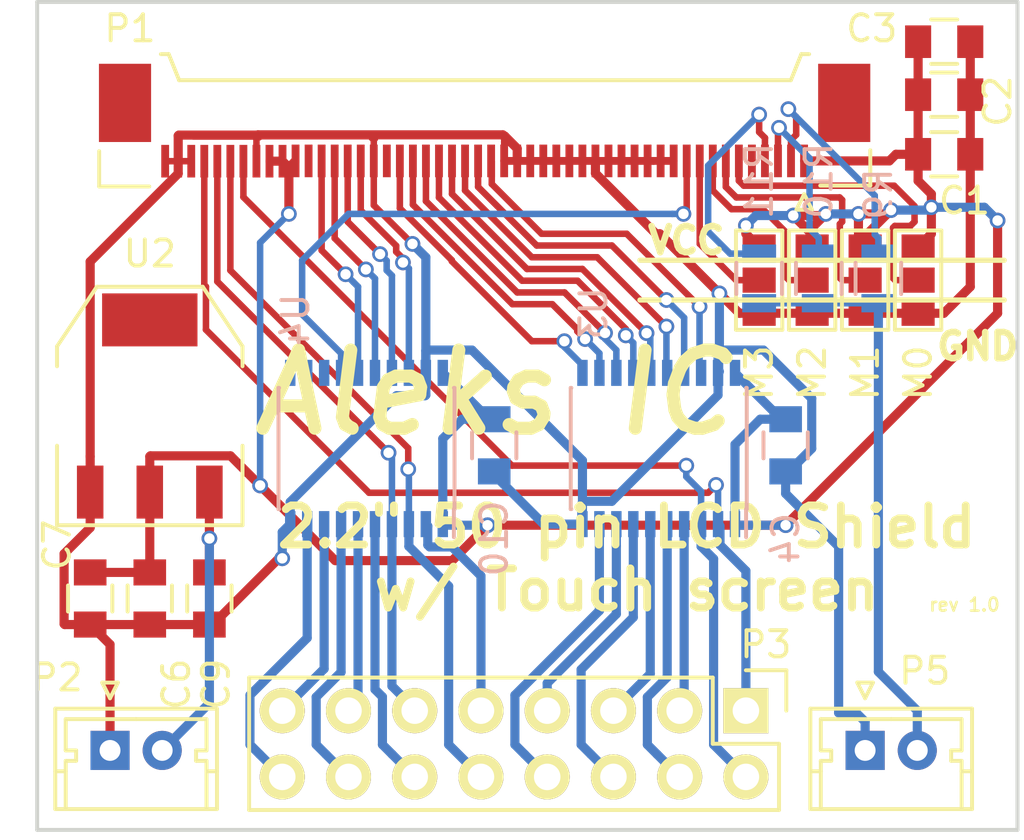
<source format=kicad_pcb>
(kicad_pcb (version 4) (host pcbnew 4.0.1-stable)

  (general
    (links 101)
    (no_connects 9)
    (area 128.448999 76.632999 166.191001 108.533001)
    (thickness 1.6)
    (drawings 11)
    (tracks 451)
    (zones 0)
    (modules 22)
    (nets 47)
  )

  (page A4)
  (layers
    (0 F.Cu signal)
    (31 B.Cu signal)
    (32 B.Adhes user)
    (33 F.Adhes user)
    (34 B.Paste user)
    (35 F.Paste user)
    (36 B.SilkS user)
    (37 F.SilkS user)
    (38 B.Mask user)
    (39 F.Mask user)
    (40 Dwgs.User user)
    (41 Cmts.User user)
    (42 Eco1.User user)
    (43 Eco2.User user)
    (44 Edge.Cuts user)
    (45 Margin user)
    (46 B.CrtYd user)
    (47 F.CrtYd user)
    (48 B.Fab user)
    (49 F.Fab user)
  )

  (setup
    (last_trace_width 0.35)
    (user_trace_width 0.25)
    (user_trace_width 0.3)
    (user_trace_width 0.35)
    (user_trace_width 0.4)
    (user_trace_width 0.45)
    (user_trace_width 0.5)
    (user_trace_width 0.55)
    (trace_clearance 0.2)
    (zone_clearance 0.508)
    (zone_45_only no)
    (trace_min 0.2)
    (segment_width 0.2)
    (edge_width 0.15)
    (via_size 0.6)
    (via_drill 0.4)
    (via_min_size 0.4)
    (via_min_drill 0.3)
    (uvia_size 0.3)
    (uvia_drill 0.1)
    (uvias_allowed no)
    (uvia_min_size 0.2)
    (uvia_min_drill 0.1)
    (pcb_text_width 0.3)
    (pcb_text_size 1.5 1.5)
    (mod_edge_width 0.15)
    (mod_text_size 1 1)
    (mod_text_width 0.15)
    (pad_size 1.65 0.4)
    (pad_drill 0.6)
    (pad_to_mask_clearance 0.2)
    (aux_axis_origin 0 0)
    (visible_elements 7FFFFFFF)
    (pcbplotparams
      (layerselection 0x00030_80000001)
      (usegerberextensions false)
      (excludeedgelayer true)
      (linewidth 0.100000)
      (plotframeref false)
      (viasonmask false)
      (mode 1)
      (useauxorigin false)
      (hpglpennumber 1)
      (hpglpenspeed 20)
      (hpglpendiameter 15)
      (hpglpenoverlay 2)
      (psnegative false)
      (psa4output false)
      (plotreference true)
      (plotvalue true)
      (plotinvisibletext false)
      (padsonsilk false)
      (subtractmaskfromsilk false)
      (outputformat 1)
      (mirror false)
      (drillshape 1)
      (scaleselection 1)
      (outputdirectory ""))
  )

  (net 0 "")
  (net 1 GND)
  (net 2 +3.3V)
  (net 3 "Net-(P1-Pad2)")
  (net 4 "Net-(P1-Pad3)")
  (net 5 "Net-(P1-Pad4)")
  (net 6 LED_PW)
  (net 7 +5V)
  (net 8 DataBus8)
  (net 9 DataBus7)
  (net 10 DataBus6)
  (net 11 DataBus5)
  (net 12 DataBus4)
  (net 13 DataBus3)
  (net 14 DataBus2)
  (net 15 DataBus1)
  (net 16 DataBus9)
  (net 17 DataBus10)
  (net 18 DataBus11)
  (net 19 DataBus12)
  (net 20 DataBus13)
  (net 21 DataBus14)
  (net 22 DataBus15)
  (net 23 DataBus16)
  (net 24 "Net-(P1-Pad10)")
  (net 25 "Net-(P1-Pad25)")
  (net 26 "Net-(P1-Pad26)")
  (net 27 "Net-(P1-Pad27)")
  (net 28 "Net-(P1-Pad28)")
  (net 29 "Net-(P1-Pad29)")
  (net 30 "Net-(P1-Pad30)")
  (net 31 "Net-(P1-Pad35)")
  (net 32 "Net-(P1-Pad36)")
  (net 33 "Net-(P1-Pad37)")
  (net 34 "Net-(P1-Pad38)")
  (net 35 "Net-(P1-Pad32)")
  (net 36 "Net-(P1-Pad31)")
  (net 37 "Net-(P1-Pad5)")
  (net 38 "Net-(P1-Pad39)")
  (net 39 "Net-(P1-Pad33)")
  (net 40 "Net-(U4-Pad11)")
  (net 41 "Net-(U4-Pad12)")
  (net 42 "Net-(U4-Pad13)")
  (net 43 "Net-(JP1-Pad2)")
  (net 44 "Net-(JP2-Pad2)")
  (net 45 "Net-(JP3-Pad2)")
  (net 46 "Net-(JP4-Pad2)")

  (net_class Default "Это класс цепей по умолчанию."
    (clearance 0.2)
    (trace_width 0.25)
    (via_dia 0.6)
    (via_drill 0.4)
    (uvia_dia 0.3)
    (uvia_drill 0.1)
    (add_net +3.3V)
    (add_net +5V)
    (add_net DataBus1)
    (add_net DataBus10)
    (add_net DataBus11)
    (add_net DataBus12)
    (add_net DataBus13)
    (add_net DataBus14)
    (add_net DataBus15)
    (add_net DataBus16)
    (add_net DataBus2)
    (add_net DataBus3)
    (add_net DataBus4)
    (add_net DataBus5)
    (add_net DataBus6)
    (add_net DataBus7)
    (add_net DataBus8)
    (add_net DataBus9)
    (add_net GND)
    (add_net LED_PW)
    (add_net "Net-(JP1-Pad2)")
    (add_net "Net-(JP2-Pad2)")
    (add_net "Net-(JP3-Pad2)")
    (add_net "Net-(JP4-Pad2)")
    (add_net "Net-(P1-Pad10)")
    (add_net "Net-(P1-Pad2)")
    (add_net "Net-(P1-Pad25)")
    (add_net "Net-(P1-Pad26)")
    (add_net "Net-(P1-Pad27)")
    (add_net "Net-(P1-Pad28)")
    (add_net "Net-(P1-Pad29)")
    (add_net "Net-(P1-Pad3)")
    (add_net "Net-(P1-Pad30)")
    (add_net "Net-(P1-Pad31)")
    (add_net "Net-(P1-Pad32)")
    (add_net "Net-(P1-Pad33)")
    (add_net "Net-(P1-Pad35)")
    (add_net "Net-(P1-Pad36)")
    (add_net "Net-(P1-Pad37)")
    (add_net "Net-(P1-Pad38)")
    (add_net "Net-(P1-Pad39)")
    (add_net "Net-(P1-Pad4)")
    (add_net "Net-(P1-Pad5)")
    (add_net "Net-(U4-Pad11)")
    (add_net "Net-(U4-Pad12)")
    (add_net "Net-(U4-Pad13)")
  )

  (module Capacitors_SMD:C_0805 (layer F.Cu) (tedit 5415D6EA) (tstamp 578E2917)
    (at 163.306 82.55)
    (descr "Capacitor SMD 0805, reflow soldering, AVX (see smccp.pdf)")
    (tags "capacitor 0805")
    (path /578CEC8C)
    (attr smd)
    (fp_text reference C1 (at 0.778 1.778) (layer F.SilkS)
      (effects (font (size 1 1) (thickness 0.15)))
    )
    (fp_text value 10uF (at 0 2.1) (layer F.Fab)
      (effects (font (size 1 1) (thickness 0.15)))
    )
    (fp_line (start -1.8 -1) (end 1.8 -1) (layer F.CrtYd) (width 0.05))
    (fp_line (start -1.8 1) (end 1.8 1) (layer F.CrtYd) (width 0.05))
    (fp_line (start -1.8 -1) (end -1.8 1) (layer F.CrtYd) (width 0.05))
    (fp_line (start 1.8 -1) (end 1.8 1) (layer F.CrtYd) (width 0.05))
    (fp_line (start 0.5 -0.85) (end -0.5 -0.85) (layer F.SilkS) (width 0.15))
    (fp_line (start -0.5 0.85) (end 0.5 0.85) (layer F.SilkS) (width 0.15))
    (pad 1 smd rect (at -1 0) (size 1 1.25) (layers F.Cu F.Paste F.Mask)
      (net 2 +3.3V))
    (pad 2 smd rect (at 1 0) (size 1 1.25) (layers F.Cu F.Paste F.Mask)
      (net 1 GND))
    (model Capacitors_SMD.3dshapes/C_0805.wrl
      (at (xyz 0 0 0))
      (scale (xyz 1 1 1))
      (rotate (xyz 0 0 0))
    )
  )

  (module Capacitors_SMD:C_0805 (layer F.Cu) (tedit 5415D6EA) (tstamp 578E2923)
    (at 163.306 80.264)
    (descr "Capacitor SMD 0805, reflow soldering, AVX (see smccp.pdf)")
    (tags "capacitor 0805")
    (path /578CEC64)
    (attr smd)
    (fp_text reference C2 (at 2.048 0.254 270) (layer F.SilkS)
      (effects (font (size 1 1) (thickness 0.15)))
    )
    (fp_text value 0.1uF (at 0 2.1) (layer F.Fab)
      (effects (font (size 1 1) (thickness 0.15)))
    )
    (fp_line (start -1.8 -1) (end 1.8 -1) (layer F.CrtYd) (width 0.05))
    (fp_line (start -1.8 1) (end 1.8 1) (layer F.CrtYd) (width 0.05))
    (fp_line (start -1.8 -1) (end -1.8 1) (layer F.CrtYd) (width 0.05))
    (fp_line (start 1.8 -1) (end 1.8 1) (layer F.CrtYd) (width 0.05))
    (fp_line (start 0.5 -0.85) (end -0.5 -0.85) (layer F.SilkS) (width 0.15))
    (fp_line (start -0.5 0.85) (end 0.5 0.85) (layer F.SilkS) (width 0.15))
    (pad 1 smd rect (at -1 0) (size 1 1.25) (layers F.Cu F.Paste F.Mask)
      (net 2 +3.3V))
    (pad 2 smd rect (at 1 0) (size 1 1.25) (layers F.Cu F.Paste F.Mask)
      (net 1 GND))
    (model Capacitors_SMD.3dshapes/C_0805.wrl
      (at (xyz 0 0 0))
      (scale (xyz 1 1 1))
      (rotate (xyz 0 0 0))
    )
  )

  (module Capacitors_SMD:C_0805 (layer F.Cu) (tedit 5415D6EA) (tstamp 578E292F)
    (at 163.306 78.232)
    (descr "Capacitor SMD 0805, reflow soldering, AVX (see smccp.pdf)")
    (tags "capacitor 0805")
    (path /578CEC20)
    (attr smd)
    (fp_text reference C3 (at -2.778 -0.508) (layer F.SilkS)
      (effects (font (size 1 1) (thickness 0.15)))
    )
    (fp_text value 0.1uF (at 0 2.1) (layer F.Fab)
      (effects (font (size 1 1) (thickness 0.15)))
    )
    (fp_line (start -1.8 -1) (end 1.8 -1) (layer F.CrtYd) (width 0.05))
    (fp_line (start -1.8 1) (end 1.8 1) (layer F.CrtYd) (width 0.05))
    (fp_line (start -1.8 -1) (end -1.8 1) (layer F.CrtYd) (width 0.05))
    (fp_line (start 1.8 -1) (end 1.8 1) (layer F.CrtYd) (width 0.05))
    (fp_line (start 0.5 -0.85) (end -0.5 -0.85) (layer F.SilkS) (width 0.15))
    (fp_line (start -0.5 0.85) (end 0.5 0.85) (layer F.SilkS) (width 0.15))
    (pad 1 smd rect (at -1 0) (size 1 1.25) (layers F.Cu F.Paste F.Mask)
      (net 2 +3.3V))
    (pad 2 smd rect (at 1 0) (size 1 1.25) (layers F.Cu F.Paste F.Mask)
      (net 1 GND))
    (model Capacitors_SMD.3dshapes/C_0805.wrl
      (at (xyz 0 0 0))
      (scale (xyz 1 1 1))
      (rotate (xyz 0 0 0))
    )
  )

  (module Capacitors_SMD:C_0805 (layer B.Cu) (tedit 5415D6EA) (tstamp 578E293B)
    (at 157.226 93.71 270)
    (descr "Capacitor SMD 0805, reflow soldering, AVX (see smccp.pdf)")
    (tags "capacitor 0805")
    (path /57962914)
    (attr smd)
    (fp_text reference C4 (at 3.572 0 270) (layer B.SilkS)
      (effects (font (size 1 1) (thickness 0.15)) (justify mirror))
    )
    (fp_text value 0.1uF (at 0 -2.1 270) (layer B.Fab)
      (effects (font (size 1 1) (thickness 0.15)) (justify mirror))
    )
    (fp_line (start -1.8 1) (end 1.8 1) (layer B.CrtYd) (width 0.05))
    (fp_line (start -1.8 -1) (end 1.8 -1) (layer B.CrtYd) (width 0.05))
    (fp_line (start -1.8 1) (end -1.8 -1) (layer B.CrtYd) (width 0.05))
    (fp_line (start 1.8 1) (end 1.8 -1) (layer B.CrtYd) (width 0.05))
    (fp_line (start 0.5 0.85) (end -0.5 0.85) (layer B.SilkS) (width 0.15))
    (fp_line (start -0.5 -0.85) (end 0.5 -0.85) (layer B.SilkS) (width 0.15))
    (pad 1 smd rect (at -1 0 270) (size 1 1.25) (layers B.Cu B.Paste B.Mask)
      (net 2 +3.3V))
    (pad 2 smd rect (at 1 0 270) (size 1 1.25) (layers B.Cu B.Paste B.Mask)
      (net 1 GND))
    (model Capacitors_SMD.3dshapes/C_0805.wrl
      (at (xyz 0 0 0))
      (scale (xyz 1 1 1))
      (rotate (xyz 0 0 0))
    )
  )

  (module Capacitors_SMD:C_0805 (layer F.Cu) (tedit 5415D6EA) (tstamp 578E2953)
    (at 132.842 99.584 270)
    (descr "Capacitor SMD 0805, reflow soldering, AVX (see smccp.pdf)")
    (tags "capacitor 0805")
    (path /578E2D04)
    (attr smd)
    (fp_text reference C6 (at 3.286 -1.016 270) (layer F.SilkS)
      (effects (font (size 1 1) (thickness 0.15)))
    )
    (fp_text value 10uF (at 0 2.1 270) (layer F.Fab)
      (effects (font (size 1 1) (thickness 0.15)))
    )
    (fp_line (start -1.8 -1) (end 1.8 -1) (layer F.CrtYd) (width 0.05))
    (fp_line (start -1.8 1) (end 1.8 1) (layer F.CrtYd) (width 0.05))
    (fp_line (start -1.8 -1) (end -1.8 1) (layer F.CrtYd) (width 0.05))
    (fp_line (start 1.8 -1) (end 1.8 1) (layer F.CrtYd) (width 0.05))
    (fp_line (start 0.5 -0.85) (end -0.5 -0.85) (layer F.SilkS) (width 0.15))
    (fp_line (start -0.5 0.85) (end 0.5 0.85) (layer F.SilkS) (width 0.15))
    (pad 1 smd rect (at -1 0 270) (size 1 1.25) (layers F.Cu F.Paste F.Mask)
      (net 2 +3.3V))
    (pad 2 smd rect (at 1 0 270) (size 1 1.25) (layers F.Cu F.Paste F.Mask)
      (net 1 GND))
    (model Capacitors_SMD.3dshapes/C_0805.wrl
      (at (xyz 0 0 0))
      (scale (xyz 1 1 1))
      (rotate (xyz 0 0 0))
    )
  )

  (module Capacitors_SMD:C_0805 (layer F.Cu) (tedit 5415D6EA) (tstamp 578E295F)
    (at 130.556 99.584 270)
    (descr "Capacitor SMD 0805, reflow soldering, AVX (see smccp.pdf)")
    (tags "capacitor 0805")
    (path /578E2DB2)
    (attr smd)
    (fp_text reference C7 (at -2.048 1.27 270) (layer F.SilkS)
      (effects (font (size 1 1) (thickness 0.15)))
    )
    (fp_text value 0.1uF (at 0 2.1 270) (layer F.Fab)
      (effects (font (size 1 1) (thickness 0.15)))
    )
    (fp_line (start -1.8 -1) (end 1.8 -1) (layer F.CrtYd) (width 0.05))
    (fp_line (start -1.8 1) (end 1.8 1) (layer F.CrtYd) (width 0.05))
    (fp_line (start -1.8 -1) (end -1.8 1) (layer F.CrtYd) (width 0.05))
    (fp_line (start 1.8 -1) (end 1.8 1) (layer F.CrtYd) (width 0.05))
    (fp_line (start 0.5 -0.85) (end -0.5 -0.85) (layer F.SilkS) (width 0.15))
    (fp_line (start -0.5 0.85) (end 0.5 0.85) (layer F.SilkS) (width 0.15))
    (pad 1 smd rect (at -1 0 270) (size 1 1.25) (layers F.Cu F.Paste F.Mask)
      (net 2 +3.3V))
    (pad 2 smd rect (at 1 0 270) (size 1 1.25) (layers F.Cu F.Paste F.Mask)
      (net 1 GND))
    (model Capacitors_SMD.3dshapes/C_0805.wrl
      (at (xyz 0 0 0))
      (scale (xyz 1 1 1))
      (rotate (xyz 0 0 0))
    )
  )

  (module Personal:ZIF_50pin_SMD_0.5mm (layer F.Cu) (tedit 5788958A) (tstamp 578E29A7)
    (at 148.172 81.039 180)
    (descr "Molex Panelmate series connector, 1.25mm pitch, side entry SMT, P/N: 53780-3070")
    (tags "conn molex panelmate")
    (path /5788976D)
    (attr smd)
    (fp_text reference P1 (at 16.092 3.315 180) (layer F.SilkS)
      (effects (font (size 1 1) (thickness 0.15)))
    )
    (fp_text value ZIF50 (at 0.29 3.52 180) (layer F.Fab)
      (effects (font (size 1 1) (thickness 0.15)))
    )
    (fp_line (start -10.379766 -2.71) (end -12.3 -2.71) (layer F.SilkS) (width 0.15))
    (fp_line (start -12.3 -2.71) (end -12.3 -1.355) (layer F.SilkS) (width 0.15))
    (fp_line (start -9.955 2.33) (end -9.655 2.33) (layer F.SilkS) (width 0.15))
    (fp_line (start -9.655 2.33) (end -9.255 1.33) (layer F.SilkS) (width 0.15))
    (fp_line (start -9.255 1.33) (end 14.210034 1.33) (layer F.SilkS) (width 0.15))
    (fp_line (start 14.205 1.33) (end 14.605 2.33) (layer F.SilkS) (width 0.15))
    (fp_line (start 14.605 2.33) (end 14.905 2.33) (layer F.SilkS) (width 0.15))
    (fp_line (start -9.765 -3.04) (end -9.465 -3.64) (layer F.SilkS) (width 0.15))
    (fp_line (start -9.465 -3.64) (end -10.065 -3.64) (layer F.SilkS) (width 0.15))
    (fp_line (start -10.065 -3.64) (end -9.765 -3.04) (layer F.SilkS) (width 0.15))
    (fp_line (start -12.99 -3.18) (end -12.99 2.52) (layer F.CrtYd) (width 0.05))
    (fp_line (start -12.99 2.52) (end 17.96 2.52) (layer F.CrtYd) (width 0.05))
    (fp_line (start 17.96 2.52) (end 17.96 -3.18) (layer F.CrtYd) (width 0.05))
    (fp_line (start 17.96 -3.18) (end -12.99 -3.18) (layer F.CrtYd) (width 0.05))
    (fp_line (start 17.27 -2.745) (end 15.349766 -2.745) (layer F.SilkS) (width 0.15))
    (fp_line (start 17.27 -2.745) (end 17.27 -1.39) (layer F.SilkS) (width 0.15))
    (pad 1 smd rect (at -9.76 -1.765 180) (size 0.3 1.25) (layers F.Cu F.Paste F.Mask)
      (net 2 +3.3V))
    (pad 2 smd rect (at -9.26 -1.765 180) (size 0.3 1.25) (layers F.Cu F.Paste F.Mask)
      (net 3 "Net-(P1-Pad2)"))
    (pad 3 smd rect (at -8.76 -1.765 180) (size 0.3 1.25) (layers F.Cu F.Paste F.Mask)
      (net 4 "Net-(P1-Pad3)"))
    (pad 4 smd rect (at -8.26 -1.765 180) (size 0.3 1.25) (layers F.Cu F.Paste F.Mask)
      (net 5 "Net-(P1-Pad4)"))
    (pad 5 smd rect (at -7.76 -1.765 180) (size 0.3 1.25) (layers F.Cu F.Paste F.Mask)
      (net 37 "Net-(P1-Pad5)"))
    (pad 6 smd rect (at -7.26 -1.765 180) (size 0.3 1.25) (layers F.Cu F.Paste F.Mask)
      (net 43 "Net-(JP1-Pad2)"))
    (pad 7 smd rect (at -6.76 -1.765 180) (size 0.3 1.25) (layers F.Cu F.Paste F.Mask)
      (net 46 "Net-(JP4-Pad2)"))
    (pad 8 smd rect (at -6.26 -1.765 180) (size 0.3 1.25) (layers F.Cu F.Paste F.Mask)
      (net 45 "Net-(JP3-Pad2)"))
    (pad 9 smd rect (at -5.76 -1.765 180) (size 0.3 1.25) (layers F.Cu F.Paste F.Mask)
      (net 44 "Net-(JP2-Pad2)"))
    (pad 10 smd rect (at -5.26 -1.765 180) (size 0.3 1.25) (layers F.Cu F.Paste F.Mask)
      (net 24 "Net-(P1-Pad10)"))
    (pad 11 smd rect (at -4.76 -1.765 180) (size 0.3 1.25) (layers F.Cu F.Paste F.Mask)
      (net 1 GND))
    (pad 12 smd rect (at -4.26 -1.765 180) (size 0.3 1.25) (layers F.Cu F.Paste F.Mask)
      (net 1 GND))
    (pad 13 smd rect (at -3.76 -1.765 180) (size 0.3 1.25) (layers F.Cu F.Paste F.Mask)
      (net 1 GND))
    (pad 14 smd rect (at -3.26 -1.765 180) (size 0.3 1.25) (layers F.Cu F.Paste F.Mask)
      (net 1 GND))
    (pad 15 smd rect (at -2.76 -1.765 180) (size 0.3 1.25) (layers F.Cu F.Paste F.Mask)
      (net 1 GND))
    (pad 16 smd rect (at -2.26 -1.765 180) (size 0.3 1.25) (layers F.Cu F.Paste F.Mask)
      (net 1 GND))
    (pad 17 smd rect (at -1.76 -1.765 180) (size 0.3 1.25) (layers F.Cu F.Paste F.Mask)
      (net 1 GND))
    (pad 18 smd rect (at -1.26 -1.765 180) (size 0.3 1.25) (layers F.Cu F.Paste F.Mask)
      (net 1 GND))
    (pad 19 smd rect (at -0.76 -1.765 180) (size 0.3 1.25) (layers F.Cu F.Paste F.Mask)
      (net 1 GND))
    (pad 20 smd rect (at -0.26 -1.765 180) (size 0.3 1.25) (layers F.Cu F.Paste F.Mask)
      (net 1 GND))
    (pad 21 smd rect (at 0.24 -1.765 180) (size 0.3 1.25) (layers F.Cu F.Paste F.Mask)
      (net 1 GND))
    (pad 22 smd rect (at 0.74 -1.765 180) (size 0.3 1.25) (layers F.Cu F.Paste F.Mask)
      (net 1 GND))
    (pad 23 smd rect (at 1.24 -1.765) (size 0.3 1.25) (layers F.Cu F.Paste F.Mask)
      (net 1 GND))
    (pad 24 smd rect (at 1.74 -1.765 180) (size 0.3 1.25) (layers F.Cu F.Paste F.Mask)
      (net 1 GND))
    (pad 25 smd rect (at 2.24 -1.765 180) (size 0.3 1.25) (layers F.Cu F.Paste F.Mask)
      (net 25 "Net-(P1-Pad25)"))
    (pad 26 smd rect (at 2.74 -1.765 180) (size 0.3 1.25) (layers F.Cu F.Paste F.Mask)
      (net 26 "Net-(P1-Pad26)"))
    (pad 27 smd rect (at 3.24 -1.765 180) (size 0.3 1.25) (layers F.Cu F.Paste F.Mask)
      (net 27 "Net-(P1-Pad27)"))
    (pad 28 smd rect (at 3.74 -1.765 180) (size 0.3 1.25) (layers F.Cu F.Paste F.Mask)
      (net 28 "Net-(P1-Pad28)"))
    (pad 29 smd rect (at 4.24 -1.765 180) (size 0.3 1.25) (layers F.Cu F.Paste F.Mask)
      (net 29 "Net-(P1-Pad29)"))
    (pad 30 smd rect (at 4.74 -1.765 180) (size 0.3 1.25) (layers F.Cu F.Paste F.Mask)
      (net 30 "Net-(P1-Pad30)"))
    (pad "" smd rect (at 16.28 0.46 180) (size 2 3) (layers F.Cu F.Paste F.Mask))
    (pad "" smd rect (at -11.3 0.46 180) (size 2 3) (layers F.Cu F.Paste F.Mask))
    (pad 34 smd rect (at 6.74 -1.765 180) (size 0.3 1.25) (layers F.Cu F.Paste F.Mask)
      (net 1 GND))
    (pad 35 smd rect (at 7.24 -1.765 180) (size 0.3 1.25) (layers F.Cu F.Paste F.Mask)
      (net 31 "Net-(P1-Pad35)"))
    (pad 36 smd rect (at 7.74 -1.765 180) (size 0.3 1.25) (layers F.Cu F.Paste F.Mask)
      (net 32 "Net-(P1-Pad36)"))
    (pad 37 smd rect (at 8.24 -1.765 180) (size 0.3 1.25) (layers F.Cu F.Paste F.Mask)
      (net 33 "Net-(P1-Pad37)"))
    (pad 39 smd rect (at 9.24 -1.765 180) (size 0.3 1.25) (layers F.Cu F.Paste F.Mask)
      (net 38 "Net-(P1-Pad39)"))
    (pad 38 smd rect (at 8.74 -1.765 180) (size 0.3 1.25) (layers F.Cu F.Paste F.Mask)
      (net 34 "Net-(P1-Pad38)"))
    (pad 40 smd rect (at 9.74 -1.765 180) (size 0.3 1.25) (layers F.Cu F.Paste F.Mask)
      (net 2 +3.3V))
    (pad 32 smd rect (at 5.74 -1.765 180) (size 0.3 1.25) (layers F.Cu F.Paste F.Mask)
      (net 35 "Net-(P1-Pad32)"))
    (pad 33 smd rect (at 6.24 -1.765) (size 0.3 1.25) (layers F.Cu F.Paste F.Mask)
      (net 39 "Net-(P1-Pad33)"))
    (pad 31 smd rect (at 5.24 -1.765 180) (size 0.3 1.25) (layers F.Cu F.Paste F.Mask)
      (net 36 "Net-(P1-Pad31)"))
    (pad 45 smd rect (at 12.24 -1.775 180) (size 0.3 1.25) (layers F.Cu F.Paste F.Mask)
      (net 17 DataBus10))
    (pad 44 smd rect (at 11.74 -1.775 180) (size 0.3 1.25) (layers F.Cu F.Paste F.Mask)
      (net 9 DataBus7))
    (pad 43 smd rect (at 11.24 -1.775) (size 0.3 1.25) (layers F.Cu F.Paste F.Mask)
      (net 1 GND))
    (pad 42 smd rect (at 10.74 -1.775 180) (size 0.3 1.25) (layers F.Cu F.Paste F.Mask)
      (net 2 +3.3V))
    (pad 46 smd rect (at 12.74 -1.775 180) (size 0.3 1.25) (layers F.Cu F.Paste F.Mask)
      (net 18 DataBus11))
    (pad 47 smd rect (at 13.24 -1.775 180) (size 0.3 1.25) (layers F.Cu F.Paste F.Mask)
      (net 8 DataBus8))
    (pad 48 smd rect (at 13.74 -1.775 180) (size 0.3 1.25) (layers F.Cu F.Paste F.Mask)
      (net 1 GND))
    (pad 49 smd rect (at 14.24 -1.775 180) (size 0.3 1.25) (layers F.Cu F.Paste F.Mask)
      (net 1 GND))
    (pad 50 smd rect (at 14.74 -1.775 180) (size 0.3 1.25) (layers F.Cu F.Paste F.Mask)
      (net 1 GND))
    (pad 41 smd rect (at 10.24 -1.775 180) (size 0.3 1.25) (layers F.Cu F.Paste F.Mask)
      (net 2 +3.3V))
    (model Connectors_Molex.3dshapes/Molex_Panelmate-53780-3070_30x1.25mm_Angled.wrl
      (at (xyz 0 0 0))
      (scale (xyz 1 1 1))
      (rotate (xyz 0 0 0))
    )
  )

  (module Resistors_SMD:R_0805 (layer B.Cu) (tedit 5415CDEB) (tstamp 578E2A24)
    (at 160.782 87.31 270)
    (descr "Resistor SMD 0805, reflow soldering, Vishay (see dcrcw.pdf)")
    (tags "resistor 0805")
    (path /578CE634)
    (attr smd)
    (fp_text reference R9 (at -3.236 0 270) (layer B.SilkS)
      (effects (font (size 1 1) (thickness 0.15)) (justify mirror))
    )
    (fp_text value 330R (at 0 -2.1 270) (layer B.Fab)
      (effects (font (size 1 1) (thickness 0.15)) (justify mirror))
    )
    (fp_line (start -1.6 1) (end 1.6 1) (layer B.CrtYd) (width 0.05))
    (fp_line (start -1.6 -1) (end 1.6 -1) (layer B.CrtYd) (width 0.05))
    (fp_line (start -1.6 1) (end -1.6 -1) (layer B.CrtYd) (width 0.05))
    (fp_line (start 1.6 1) (end 1.6 -1) (layer B.CrtYd) (width 0.05))
    (fp_line (start 0.6 -0.875) (end -0.6 -0.875) (layer B.SilkS) (width 0.15))
    (fp_line (start -0.6 0.875) (end 0.6 0.875) (layer B.SilkS) (width 0.15))
    (pad 1 smd rect (at -0.95 0 270) (size 0.7 1.3) (layers B.Cu B.Paste B.Mask)
      (net 3 "Net-(P1-Pad2)"))
    (pad 2 smd rect (at 0.95 0 270) (size 0.7 1.3) (layers B.Cu B.Paste B.Mask)
      (net 6 LED_PW))
    (model Resistors_SMD.3dshapes/R_0805.wrl
      (at (xyz 0 0 0))
      (scale (xyz 1 1 1))
      (rotate (xyz 0 0 0))
    )
  )

  (module Resistors_SMD:R_0805 (layer B.Cu) (tedit 5415CDEB) (tstamp 578E2A30)
    (at 158.496 87.31 270)
    (descr "Resistor SMD 0805, reflow soldering, Vishay (see dcrcw.pdf)")
    (tags "resistor 0805")
    (path /578CE721)
    (attr smd)
    (fp_text reference R10 (at -3.744 0 270) (layer B.SilkS)
      (effects (font (size 1 1) (thickness 0.15)) (justify mirror))
    )
    (fp_text value 330R (at 0 -2.1 270) (layer B.Fab)
      (effects (font (size 1 1) (thickness 0.15)) (justify mirror))
    )
    (fp_line (start -1.6 1) (end 1.6 1) (layer B.CrtYd) (width 0.05))
    (fp_line (start -1.6 -1) (end 1.6 -1) (layer B.CrtYd) (width 0.05))
    (fp_line (start -1.6 1) (end -1.6 -1) (layer B.CrtYd) (width 0.05))
    (fp_line (start 1.6 1) (end 1.6 -1) (layer B.CrtYd) (width 0.05))
    (fp_line (start 0.6 -0.875) (end -0.6 -0.875) (layer B.SilkS) (width 0.15))
    (fp_line (start -0.6 0.875) (end 0.6 0.875) (layer B.SilkS) (width 0.15))
    (pad 1 smd rect (at -0.95 0 270) (size 0.7 1.3) (layers B.Cu B.Paste B.Mask)
      (net 4 "Net-(P1-Pad3)"))
    (pad 2 smd rect (at 0.95 0 270) (size 0.7 1.3) (layers B.Cu B.Paste B.Mask)
      (net 6 LED_PW))
    (model Resistors_SMD.3dshapes/R_0805.wrl
      (at (xyz 0 0 0))
      (scale (xyz 1 1 1))
      (rotate (xyz 0 0 0))
    )
  )

  (module Resistors_SMD:R_0805 (layer B.Cu) (tedit 5415CDEB) (tstamp 578E2A3C)
    (at 156.21 87.31 270)
    (descr "Resistor SMD 0805, reflow soldering, Vishay (see dcrcw.pdf)")
    (tags "resistor 0805")
    (path /578CE73A)
    (attr smd)
    (fp_text reference R11 (at -3.744 0 270) (layer B.SilkS)
      (effects (font (size 1 1) (thickness 0.15)) (justify mirror))
    )
    (fp_text value 330R (at 0 -2.1 270) (layer B.Fab)
      (effects (font (size 1 1) (thickness 0.15)) (justify mirror))
    )
    (fp_line (start -1.6 1) (end 1.6 1) (layer B.CrtYd) (width 0.05))
    (fp_line (start -1.6 -1) (end 1.6 -1) (layer B.CrtYd) (width 0.05))
    (fp_line (start -1.6 1) (end -1.6 -1) (layer B.CrtYd) (width 0.05))
    (fp_line (start 1.6 1) (end 1.6 -1) (layer B.CrtYd) (width 0.05))
    (fp_line (start 0.6 -0.875) (end -0.6 -0.875) (layer B.SilkS) (width 0.15))
    (fp_line (start -0.6 0.875) (end 0.6 0.875) (layer B.SilkS) (width 0.15))
    (pad 1 smd rect (at -0.95 0 270) (size 0.7 1.3) (layers B.Cu B.Paste B.Mask)
      (net 5 "Net-(P1-Pad4)"))
    (pad 2 smd rect (at 0.95 0 270) (size 0.7 1.3) (layers B.Cu B.Paste B.Mask)
      (net 6 LED_PW))
    (model Resistors_SMD.3dshapes/R_0805.wrl
      (at (xyz 0 0 0))
      (scale (xyz 1 1 1))
      (rotate (xyz 0 0 0))
    )
  )

  (module TO_SOT_Packages_SMD:SOT-223 (layer F.Cu) (tedit 0) (tstamp 578E2A5C)
    (at 132.842 92.202)
    (descr "module CMS SOT223 4 pins")
    (tags "CMS SOT")
    (path /578E2942)
    (attr smd)
    (fp_text reference U2 (at 0 -5.842) (layer F.SilkS)
      (effects (font (size 1 1) (thickness 0.15)))
    )
    (fp_text value LD1117S33CTR (at 0 0.762) (layer F.Fab)
      (effects (font (size 1 1) (thickness 0.15)))
    )
    (fp_line (start -3.556 1.524) (end -3.556 4.572) (layer F.SilkS) (width 0.15))
    (fp_line (start -3.556 4.572) (end 3.556 4.572) (layer F.SilkS) (width 0.15))
    (fp_line (start 3.556 4.572) (end 3.556 1.524) (layer F.SilkS) (width 0.15))
    (fp_line (start -3.556 -1.524) (end -3.556 -2.286) (layer F.SilkS) (width 0.15))
    (fp_line (start -3.556 -2.286) (end -2.032 -4.572) (layer F.SilkS) (width 0.15))
    (fp_line (start -2.032 -4.572) (end 2.032 -4.572) (layer F.SilkS) (width 0.15))
    (fp_line (start 2.032 -4.572) (end 3.556 -2.286) (layer F.SilkS) (width 0.15))
    (fp_line (start 3.556 -2.286) (end 3.556 -1.524) (layer F.SilkS) (width 0.15))
    (pad 4 smd rect (at 0 -3.302) (size 3.6576 2.032) (layers F.Cu F.Paste F.Mask))
    (pad 2 smd rect (at 0 3.302) (size 1.016 2.032) (layers F.Cu F.Paste F.Mask)
      (net 2 +3.3V))
    (pad 3 smd rect (at 2.286 3.302) (size 1.016 2.032) (layers F.Cu F.Paste F.Mask)
      (net 7 +5V))
    (pad 1 smd rect (at -2.286 3.302) (size 1.016 2.032) (layers F.Cu F.Paste F.Mask)
      (net 1 GND))
    (model TO_SOT_Packages_SMD.3dshapes/SOT-223.wrl
      (at (xyz 0 0 0))
      (scale (xyz 0.4 0.4 0.4))
      (rotate (xyz 0 0 0))
    )
  )

  (module Housings_SSOP:SSOP-20_4.4x6.5mm_Pitch0.65mm (layer B.Cu) (tedit 54130A77) (tstamp 578E2A7F)
    (at 152.359 93.832 90)
    (descr "SSOP20: plastic shrink small outline package; 20 leads; body width 4.4 mm; (see NXP SSOP-TSSOP-VSO-REFLOW.pdf and sot266-1_po.pdf)")
    (tags "SSOP 0.65")
    (path /578E1ED3)
    (attr smd)
    (fp_text reference U3 (at 5.186 -2.499 90) (layer B.SilkS)
      (effects (font (size 1 1) (thickness 0.15)) (justify mirror))
    )
    (fp_text value 74LV245 (at 0 -4.3 90) (layer B.Fab)
      (effects (font (size 1 1) (thickness 0.15)) (justify mirror))
    )
    (fp_line (start -3.65 3.55) (end -3.65 -3.55) (layer B.CrtYd) (width 0.05))
    (fp_line (start 3.65 3.55) (end 3.65 -3.55) (layer B.CrtYd) (width 0.05))
    (fp_line (start -3.65 3.55) (end 3.65 3.55) (layer B.CrtYd) (width 0.05))
    (fp_line (start -3.65 -3.55) (end 3.65 -3.55) (layer B.CrtYd) (width 0.05))
    (fp_line (start -2.325 3.375) (end -2.325 3.35) (layer B.SilkS) (width 0.15))
    (fp_line (start 2.325 3.375) (end 2.325 3.35) (layer B.SilkS) (width 0.15))
    (fp_line (start 2.325 -3.375) (end 2.325 -3.35) (layer B.SilkS) (width 0.15))
    (fp_line (start -2.325 -3.375) (end -2.325 -3.35) (layer B.SilkS) (width 0.15))
    (fp_line (start -2.325 3.375) (end 2.325 3.375) (layer B.SilkS) (width 0.15))
    (fp_line (start -2.325 -3.375) (end 2.325 -3.375) (layer B.SilkS) (width 0.15))
    (fp_line (start -2.325 3.35) (end -3.4 3.35) (layer B.SilkS) (width 0.15))
    (pad 1 smd rect (at -2.9 2.925 90) (size 1 0.4) (layers B.Cu B.Paste B.Mask)
      (net 2 +3.3V))
    (pad 2 smd rect (at -2.9 2.275 90) (size 1 0.4) (layers B.Cu B.Paste B.Mask)
      (net 8 DataBus8))
    (pad 3 smd rect (at -2.9 1.625 90) (size 1 0.4) (layers B.Cu B.Paste B.Mask)
      (net 9 DataBus7))
    (pad 4 smd rect (at -2.9 0.975 90) (size 1 0.4) (layers B.Cu B.Paste B.Mask)
      (net 10 DataBus6))
    (pad 5 smd rect (at -2.9 0.325 90) (size 1 0.4) (layers B.Cu B.Paste B.Mask)
      (net 11 DataBus5))
    (pad 6 smd rect (at -2.9 -0.325 90) (size 1 0.4) (layers B.Cu B.Paste B.Mask)
      (net 12 DataBus4))
    (pad 7 smd rect (at -2.9 -0.975 90) (size 1 0.4) (layers B.Cu B.Paste B.Mask)
      (net 13 DataBus3))
    (pad 8 smd rect (at -2.9 -1.625 90) (size 1 0.4) (layers B.Cu B.Paste B.Mask)
      (net 14 DataBus2))
    (pad 9 smd rect (at -2.9 -2.275 90) (size 1 0.4) (layers B.Cu B.Paste B.Mask)
      (net 15 DataBus1))
    (pad 10 smd rect (at -2.9 -2.925 90) (size 1 0.4) (layers B.Cu B.Paste B.Mask)
      (net 1 GND))
    (pad 11 smd rect (at 2.9 -2.925 90) (size 1 0.4) (layers B.Cu B.Paste B.Mask)
      (net 35 "Net-(P1-Pad32)"))
    (pad 12 smd rect (at 2.9 -2.275 90) (size 1 0.4) (layers B.Cu B.Paste B.Mask)
      (net 36 "Net-(P1-Pad31)"))
    (pad 13 smd rect (at 2.9 -1.625 90) (size 1 0.4) (layers B.Cu B.Paste B.Mask)
      (net 30 "Net-(P1-Pad30)"))
    (pad 14 smd rect (at 2.9 -0.975 90) (size 1 0.4) (layers B.Cu B.Paste B.Mask)
      (net 29 "Net-(P1-Pad29)"))
    (pad 15 smd rect (at 2.9 -0.325 90) (size 1 0.4) (layers B.Cu B.Paste B.Mask)
      (net 28 "Net-(P1-Pad28)"))
    (pad 16 smd rect (at 2.9 0.325 90) (size 1 0.4) (layers B.Cu B.Paste B.Mask)
      (net 27 "Net-(P1-Pad27)"))
    (pad 17 smd rect (at 2.9 0.975 90) (size 1 0.4) (layers B.Cu B.Paste B.Mask)
      (net 26 "Net-(P1-Pad26)"))
    (pad 18 smd rect (at 2.9 1.625 90) (size 1 0.4) (layers B.Cu B.Paste B.Mask)
      (net 25 "Net-(P1-Pad25)"))
    (pad 19 smd rect (at 2.9 2.275 90) (size 1 0.4) (layers B.Cu B.Paste B.Mask)
      (net 1 GND))
    (pad 20 smd rect (at 2.9 2.925 90) (size 1 0.4) (layers B.Cu B.Paste B.Mask)
      (net 2 +3.3V))
    (model Housings_SSOP.3dshapes/SSOP-20_4.4x6.5mm_Pitch0.65mm.wrl
      (at (xyz 0 0 0))
      (scale (xyz 1 1 1))
      (rotate (xyz 0 0 0))
    )
  )

  (module Housings_SSOP:SSOP-20_4.4x6.5mm_Pitch0.65mm (layer B.Cu) (tedit 54130A77) (tstamp 578E2AA2)
    (at 141.153 93.832 90)
    (descr "SSOP20: plastic shrink small outline package; 20 leads; body width 4.4 mm; (see NXP SSOP-TSSOP-VSO-REFLOW.pdf and sot266-1_po.pdf)")
    (tags "SSOP 0.65")
    (path /578E3E73)
    (attr smd)
    (fp_text reference U4 (at 4.932 -2.723 90) (layer B.SilkS)
      (effects (font (size 1 1) (thickness 0.15)) (justify mirror))
    )
    (fp_text value 74LV245 (at 0 -4.3 90) (layer B.Fab)
      (effects (font (size 1 1) (thickness 0.15)) (justify mirror))
    )
    (fp_line (start -3.65 3.55) (end -3.65 -3.55) (layer B.CrtYd) (width 0.05))
    (fp_line (start 3.65 3.55) (end 3.65 -3.55) (layer B.CrtYd) (width 0.05))
    (fp_line (start -3.65 3.55) (end 3.65 3.55) (layer B.CrtYd) (width 0.05))
    (fp_line (start -3.65 -3.55) (end 3.65 -3.55) (layer B.CrtYd) (width 0.05))
    (fp_line (start -2.325 3.375) (end -2.325 3.35) (layer B.SilkS) (width 0.15))
    (fp_line (start 2.325 3.375) (end 2.325 3.35) (layer B.SilkS) (width 0.15))
    (fp_line (start 2.325 -3.375) (end 2.325 -3.35) (layer B.SilkS) (width 0.15))
    (fp_line (start -2.325 -3.375) (end -2.325 -3.35) (layer B.SilkS) (width 0.15))
    (fp_line (start -2.325 3.375) (end 2.325 3.375) (layer B.SilkS) (width 0.15))
    (fp_line (start -2.325 -3.375) (end 2.325 -3.375) (layer B.SilkS) (width 0.15))
    (fp_line (start -2.325 3.35) (end -3.4 3.35) (layer B.SilkS) (width 0.15))
    (pad 1 smd rect (at -2.9 2.925 90) (size 1 0.4) (layers B.Cu B.Paste B.Mask)
      (net 2 +3.3V))
    (pad 2 smd rect (at -2.9 2.275 90) (size 1 0.4) (layers B.Cu B.Paste B.Mask)
      (net 16 DataBus9))
    (pad 3 smd rect (at -2.9 1.625 90) (size 1 0.4) (layers B.Cu B.Paste B.Mask)
      (net 17 DataBus10))
    (pad 4 smd rect (at -2.9 0.975 90) (size 1 0.4) (layers B.Cu B.Paste B.Mask)
      (net 18 DataBus11))
    (pad 5 smd rect (at -2.9 0.325 90) (size 1 0.4) (layers B.Cu B.Paste B.Mask)
      (net 19 DataBus12))
    (pad 6 smd rect (at -2.9 -0.325 90) (size 1 0.4) (layers B.Cu B.Paste B.Mask)
      (net 20 DataBus13))
    (pad 7 smd rect (at -2.9 -0.975 90) (size 1 0.4) (layers B.Cu B.Paste B.Mask)
      (net 21 DataBus14))
    (pad 8 smd rect (at -2.9 -1.625 90) (size 1 0.4) (layers B.Cu B.Paste B.Mask)
      (net 22 DataBus15))
    (pad 9 smd rect (at -2.9 -2.275 90) (size 1 0.4) (layers B.Cu B.Paste B.Mask)
      (net 23 DataBus16))
    (pad 10 smd rect (at -2.9 -2.925 90) (size 1 0.4) (layers B.Cu B.Paste B.Mask)
      (net 1 GND))
    (pad 11 smd rect (at 2.9 -2.925 90) (size 1 0.4) (layers B.Cu B.Paste B.Mask)
      (net 40 "Net-(U4-Pad11)"))
    (pad 12 smd rect (at 2.9 -2.275 90) (size 1 0.4) (layers B.Cu B.Paste B.Mask)
      (net 41 "Net-(U4-Pad12)"))
    (pad 13 smd rect (at 2.9 -1.625 90) (size 1 0.4) (layers B.Cu B.Paste B.Mask)
      (net 42 "Net-(U4-Pad13)"))
    (pad 14 smd rect (at 2.9 -0.975 90) (size 1 0.4) (layers B.Cu B.Paste B.Mask)
      (net 24 "Net-(P1-Pad10)"))
    (pad 15 smd rect (at 2.9 -0.325 90) (size 1 0.4) (layers B.Cu B.Paste B.Mask)
      (net 34 "Net-(P1-Pad38)"))
    (pad 16 smd rect (at 2.9 0.325 90) (size 1 0.4) (layers B.Cu B.Paste B.Mask)
      (net 33 "Net-(P1-Pad37)"))
    (pad 17 smd rect (at 2.9 0.975 90) (size 1 0.4) (layers B.Cu B.Paste B.Mask)
      (net 32 "Net-(P1-Pad36)"))
    (pad 18 smd rect (at 2.9 1.625 90) (size 1 0.4) (layers B.Cu B.Paste B.Mask)
      (net 31 "Net-(P1-Pad35)"))
    (pad 19 smd rect (at 2.9 2.275 90) (size 1 0.4) (layers B.Cu B.Paste B.Mask)
      (net 1 GND))
    (pad 20 smd rect (at 2.9 2.925 90) (size 1 0.4) (layers B.Cu B.Paste B.Mask)
      (net 2 +3.3V))
    (model Housings_SSOP.3dshapes/SSOP-20_4.4x6.5mm_Pitch0.65mm.wrl
      (at (xyz 0 0 0))
      (scale (xyz 1 1 1))
      (rotate (xyz 0 0 0))
    )
  )

  (module Capacitors_SMD:C_0805 (layer F.Cu) (tedit 5415D6EA) (tstamp 57962B8E)
    (at 135.128 99.584 270)
    (descr "Capacitor SMD 0805, reflow soldering, AVX (see smccp.pdf)")
    (tags "capacitor 0805")
    (path /578F9508)
    (attr smd)
    (fp_text reference C9 (at 3.286 -0.254 270) (layer F.SilkS)
      (effects (font (size 1 1) (thickness 0.15)))
    )
    (fp_text value 10uF (at 0 2.1 270) (layer F.Fab)
      (effects (font (size 1 1) (thickness 0.15)))
    )
    (fp_line (start -1.8 -1) (end 1.8 -1) (layer F.CrtYd) (width 0.05))
    (fp_line (start -1.8 1) (end 1.8 1) (layer F.CrtYd) (width 0.05))
    (fp_line (start -1.8 -1) (end -1.8 1) (layer F.CrtYd) (width 0.05))
    (fp_line (start 1.8 -1) (end 1.8 1) (layer F.CrtYd) (width 0.05))
    (fp_line (start 0.5 -0.85) (end -0.5 -0.85) (layer F.SilkS) (width 0.15))
    (fp_line (start -0.5 0.85) (end 0.5 0.85) (layer F.SilkS) (width 0.15))
    (pad 1 smd rect (at -1 0 270) (size 1 1.25) (layers F.Cu F.Paste F.Mask)
      (net 7 +5V))
    (pad 2 smd rect (at 1 0 270) (size 1 1.25) (layers F.Cu F.Paste F.Mask)
      (net 1 GND))
    (model Capacitors_SMD.3dshapes/C_0805.wrl
      (at (xyz 0 0 0))
      (scale (xyz 1 1 1))
      (rotate (xyz 0 0 0))
    )
  )

  (module Capacitors_SMD:C_0805 (layer B.Cu) (tedit 5415D6EA) (tstamp 57962B9A)
    (at 146.05 93.71 270)
    (descr "Capacitor SMD 0805, reflow soldering, AVX (see smccp.pdf)")
    (tags "capacitor 0805")
    (path /5795E17F)
    (attr smd)
    (fp_text reference C10 (at 3.572 0 270) (layer B.SilkS)
      (effects (font (size 1 1) (thickness 0.15)) (justify mirror))
    )
    (fp_text value 0.1uF (at 0 -2.1 270) (layer B.Fab)
      (effects (font (size 1 1) (thickness 0.15)) (justify mirror))
    )
    (fp_line (start -1.8 1) (end 1.8 1) (layer B.CrtYd) (width 0.05))
    (fp_line (start -1.8 -1) (end 1.8 -1) (layer B.CrtYd) (width 0.05))
    (fp_line (start -1.8 1) (end -1.8 -1) (layer B.CrtYd) (width 0.05))
    (fp_line (start 1.8 1) (end 1.8 -1) (layer B.CrtYd) (width 0.05))
    (fp_line (start 0.5 0.85) (end -0.5 0.85) (layer B.SilkS) (width 0.15))
    (fp_line (start -0.5 -0.85) (end 0.5 -0.85) (layer B.SilkS) (width 0.15))
    (pad 1 smd rect (at -1 0 270) (size 1 1.25) (layers B.Cu B.Paste B.Mask)
      (net 2 +3.3V))
    (pad 2 smd rect (at 1 0 270) (size 1 1.25) (layers B.Cu B.Paste B.Mask)
      (net 1 GND))
    (model Capacitors_SMD.3dshapes/C_0805.wrl
      (at (xyz 0 0 0))
      (scale (xyz 1 1 1))
      (rotate (xyz 0 0 0))
    )
  )

  (module Connectors_Molex:Molex_MicroLatch-53253-0270_02x2.00mm_Straight (layer F.Cu) (tedit 572FDA94) (tstamp 57962E57)
    (at 131.318 105.41)
    (descr "Molex Micro-Latch connector, PN:53253-0270, top entry type, through hole")
    (tags "conn molex micro latch")
    (path /57963DC3)
    (fp_text reference P2 (at -2.032 -2.794) (layer F.SilkS)
      (effects (font (size 1 1) (thickness 0.15)))
    )
    (fp_text value CONN_01X02 (at 1 -3.5) (layer F.Fab)
      (effects (font (size 1 1) (thickness 0.15)))
    )
    (fp_line (start -2.6 -2.1) (end -2.6 2.75) (layer F.CrtYd) (width 0.05))
    (fp_line (start -2.6 2.75) (end 4.55 2.75) (layer F.CrtYd) (width 0.05))
    (fp_line (start 4.55 2.75) (end 4.55 -2.1) (layer F.CrtYd) (width 0.05))
    (fp_line (start 4.55 -2.1) (end -2.6 -2.1) (layer F.CrtYd) (width 0.05))
    (fp_line (start -2.1 -1.6) (end -2.1 2.25) (layer F.SilkS) (width 0.15))
    (fp_line (start -2.1 2.25) (end 4.1 2.25) (layer F.SilkS) (width 0.15))
    (fp_line (start 4.1 2.25) (end 4.1 -1.6) (layer F.SilkS) (width 0.15))
    (fp_line (start 4.1 -1.6) (end -2.1 -1.6) (layer F.SilkS) (width 0.15))
    (fp_line (start 0 -2) (end -0.3 -2.6) (layer F.SilkS) (width 0.15))
    (fp_line (start -0.3 -2.6) (end 0.3 -2.6) (layer F.SilkS) (width 0.15))
    (fp_line (start 0.3 -2.6) (end 0 -2) (layer F.SilkS) (width 0.15))
    (fp_line (start -2.1 0.8) (end -1.7 0.8) (layer F.SilkS) (width 0.15))
    (fp_line (start 4.1 0.8) (end 3.7 0.8) (layer F.SilkS) (width 0.15))
    (fp_line (start 1 -1.2) (end -1.7 -1.2) (layer F.SilkS) (width 0.15))
    (fp_line (start -1.7 -1.2) (end -1.7 0) (layer F.SilkS) (width 0.15))
    (fp_line (start -1.7 0) (end -1.3 0) (layer F.SilkS) (width 0.15))
    (fp_line (start -1.3 0) (end -1.3 0.4) (layer F.SilkS) (width 0.15))
    (fp_line (start -1.3 0.4) (end -1.7 0.4) (layer F.SilkS) (width 0.15))
    (fp_line (start -1.7 0.4) (end -1.7 2.25) (layer F.SilkS) (width 0.15))
    (fp_line (start 1 -1.2) (end 3.7 -1.2) (layer F.SilkS) (width 0.15))
    (fp_line (start 3.7 -1.2) (end 3.7 0) (layer F.SilkS) (width 0.15))
    (fp_line (start 3.7 0) (end 3.3 0) (layer F.SilkS) (width 0.15))
    (fp_line (start 3.3 0) (end 3.3 0.4) (layer F.SilkS) (width 0.15))
    (fp_line (start 3.3 0.4) (end 3.7 0.4) (layer F.SilkS) (width 0.15))
    (fp_line (start 3.7 0.4) (end 3.7 2.25) (layer F.SilkS) (width 0.15))
    (pad 1 thru_hole rect (at 0 0) (size 1.5 1.5) (drill 0.8) (layers *.Cu *.Mask)
      (net 1 GND))
    (pad 2 thru_hole circle (at 2 0) (size 1.5 1.5) (drill 0.8) (layers *.Cu *.Mask)
      (net 7 +5V))
    (model Connectors_Molex.3dshapes/Molex_MicroLatch-53253-0270_02x2.00mm_Straight.wrl
      (at (xyz 0 0 0))
      (scale (xyz 1 1 1))
      (rotate (xyz 0 0 0))
    )
  )

  (module Connectors_Molex:Molex_MicroLatch-53253-0270_02x2.00mm_Straight (layer F.Cu) (tedit 572FDA94) (tstamp 5797150A)
    (at 160.274 105.41)
    (descr "Molex Micro-Latch connector, PN:53253-0270, top entry type, through hole")
    (tags "conn molex micro latch")
    (path /579715A6)
    (fp_text reference P5 (at 2.286 -3.048) (layer F.SilkS)
      (effects (font (size 1 1) (thickness 0.15)))
    )
    (fp_text value CONN_01X02 (at 1 -3.5) (layer F.Fab)
      (effects (font (size 1 1) (thickness 0.15)))
    )
    (fp_line (start -2.6 -2.1) (end -2.6 2.75) (layer F.CrtYd) (width 0.05))
    (fp_line (start -2.6 2.75) (end 4.55 2.75) (layer F.CrtYd) (width 0.05))
    (fp_line (start 4.55 2.75) (end 4.55 -2.1) (layer F.CrtYd) (width 0.05))
    (fp_line (start 4.55 -2.1) (end -2.6 -2.1) (layer F.CrtYd) (width 0.05))
    (fp_line (start -2.1 -1.6) (end -2.1 2.25) (layer F.SilkS) (width 0.15))
    (fp_line (start -2.1 2.25) (end 4.1 2.25) (layer F.SilkS) (width 0.15))
    (fp_line (start 4.1 2.25) (end 4.1 -1.6) (layer F.SilkS) (width 0.15))
    (fp_line (start 4.1 -1.6) (end -2.1 -1.6) (layer F.SilkS) (width 0.15))
    (fp_line (start 0 -2) (end -0.3 -2.6) (layer F.SilkS) (width 0.15))
    (fp_line (start -0.3 -2.6) (end 0.3 -2.6) (layer F.SilkS) (width 0.15))
    (fp_line (start 0.3 -2.6) (end 0 -2) (layer F.SilkS) (width 0.15))
    (fp_line (start -2.1 0.8) (end -1.7 0.8) (layer F.SilkS) (width 0.15))
    (fp_line (start 4.1 0.8) (end 3.7 0.8) (layer F.SilkS) (width 0.15))
    (fp_line (start 1 -1.2) (end -1.7 -1.2) (layer F.SilkS) (width 0.15))
    (fp_line (start -1.7 -1.2) (end -1.7 0) (layer F.SilkS) (width 0.15))
    (fp_line (start -1.7 0) (end -1.3 0) (layer F.SilkS) (width 0.15))
    (fp_line (start -1.3 0) (end -1.3 0.4) (layer F.SilkS) (width 0.15))
    (fp_line (start -1.3 0.4) (end -1.7 0.4) (layer F.SilkS) (width 0.15))
    (fp_line (start -1.7 0.4) (end -1.7 2.25) (layer F.SilkS) (width 0.15))
    (fp_line (start 1 -1.2) (end 3.7 -1.2) (layer F.SilkS) (width 0.15))
    (fp_line (start 3.7 -1.2) (end 3.7 0) (layer F.SilkS) (width 0.15))
    (fp_line (start 3.7 0) (end 3.3 0) (layer F.SilkS) (width 0.15))
    (fp_line (start 3.3 0) (end 3.3 0.4) (layer F.SilkS) (width 0.15))
    (fp_line (start 3.3 0.4) (end 3.7 0.4) (layer F.SilkS) (width 0.15))
    (fp_line (start 3.7 0.4) (end 3.7 2.25) (layer F.SilkS) (width 0.15))
    (pad 1 thru_hole rect (at 0 0) (size 1.5 1.5) (drill 0.8) (layers *.Cu *.Mask)
      (net 1 GND))
    (pad 2 thru_hole circle (at 2 0) (size 1.5 1.5) (drill 0.8) (layers *.Cu *.Mask)
      (net 6 LED_PW))
    (model Connectors_Molex.3dshapes/Molex_MicroLatch-53253-0270_02x2.00mm_Straight.wrl
      (at (xyz 0 0 0))
      (scale (xyz 1 1 1))
      (rotate (xyz 0 0 0))
    )
  )

  (module Connect:GS3 (layer F.Cu) (tedit 5797772D) (tstamp 579808AD)
    (at 162.306 87.376 180)
    (descr "Pontet Goute de soudure")
    (path /5797816D)
    (attr virtual)
    (fp_text reference M0 (at 0 -3.556 270) (layer F.SilkS)
      (effects (font (size 1 1) (thickness 0.15)))
    )
    (fp_text value JUMPER3 (at 1.524 0 270) (layer F.Fab)
      (effects (font (size 1 1) (thickness 0.15)))
    )
    (fp_line (start -0.889 -1.905) (end -0.889 1.905) (layer F.SilkS) (width 0.15))
    (fp_line (start -0.889 1.905) (end 0.889 1.905) (layer F.SilkS) (width 0.15))
    (fp_line (start 0.889 1.905) (end 0.889 -1.905) (layer F.SilkS) (width 0.15))
    (fp_line (start -0.889 -1.905) (end 0.889 -1.905) (layer F.SilkS) (width 0.15))
    (pad 1 smd rect (at 0 -1.27 180) (size 1.27 0.9652) (layers F.Cu F.Paste F.Mask)
      (net 1 GND))
    (pad 2 smd rect (at 0 0 180) (size 1.27 0.9652) (layers F.Cu F.Paste F.Mask)
      (net 43 "Net-(JP1-Pad2)"))
    (pad 3 smd rect (at 0 1.27 180) (size 1.27 0.9652) (layers F.Cu F.Paste F.Mask)
      (net 2 +3.3V))
  )

  (module Connect:GS3 (layer F.Cu) (tedit 5797771B) (tstamp 579808B8)
    (at 156.21 87.376 180)
    (descr "Pontet Goute de soudure")
    (path /579785E7)
    (attr virtual)
    (fp_text reference M3 (at 0 -3.556 270) (layer F.SilkS)
      (effects (font (size 1 1) (thickness 0.15)))
    )
    (fp_text value JUMPER3 (at 1.524 0 270) (layer F.Fab)
      (effects (font (size 1 1) (thickness 0.15)))
    )
    (fp_line (start -0.889 -1.905) (end -0.889 1.905) (layer F.SilkS) (width 0.15))
    (fp_line (start -0.889 1.905) (end 0.889 1.905) (layer F.SilkS) (width 0.15))
    (fp_line (start 0.889 1.905) (end 0.889 -1.905) (layer F.SilkS) (width 0.15))
    (fp_line (start -0.889 -1.905) (end 0.889 -1.905) (layer F.SilkS) (width 0.15))
    (pad 1 smd rect (at 0 -1.27 180) (size 1.27 0.9652) (layers F.Cu F.Paste F.Mask)
      (net 1 GND))
    (pad 2 smd rect (at 0 0 180) (size 1.27 0.9652) (layers F.Cu F.Paste F.Mask)
      (net 44 "Net-(JP2-Pad2)"))
    (pad 3 smd rect (at 0 1.27 180) (size 1.27 0.9652) (layers F.Cu F.Paste F.Mask)
      (net 2 +3.3V))
  )

  (module Connect:GS3 (layer F.Cu) (tedit 57977721) (tstamp 579808C3)
    (at 158.242 87.376 180)
    (descr "Pontet Goute de soudure")
    (path /57978659)
    (attr virtual)
    (fp_text reference M2 (at 0 -3.556 270) (layer F.SilkS)
      (effects (font (size 1 1) (thickness 0.15)))
    )
    (fp_text value JUMPER3 (at 1.524 0 270) (layer F.Fab)
      (effects (font (size 1 1) (thickness 0.15)))
    )
    (fp_line (start -0.889 -1.905) (end -0.889 1.905) (layer F.SilkS) (width 0.15))
    (fp_line (start -0.889 1.905) (end 0.889 1.905) (layer F.SilkS) (width 0.15))
    (fp_line (start 0.889 1.905) (end 0.889 -1.905) (layer F.SilkS) (width 0.15))
    (fp_line (start -0.889 -1.905) (end 0.889 -1.905) (layer F.SilkS) (width 0.15))
    (pad 1 smd rect (at 0 -1.27 180) (size 1.27 0.9652) (layers F.Cu F.Paste F.Mask)
      (net 1 GND))
    (pad 2 smd rect (at 0 0 180) (size 1.27 0.9652) (layers F.Cu F.Paste F.Mask)
      (net 45 "Net-(JP3-Pad2)"))
    (pad 3 smd rect (at 0 1.27 180) (size 1.27 0.9652) (layers F.Cu F.Paste F.Mask)
      (net 2 +3.3V))
  )

  (module Connect:GS3 (layer F.Cu) (tedit 57977727) (tstamp 579808CE)
    (at 160.274 87.376 180)
    (descr "Pontet Goute de soudure")
    (path /579786C6)
    (attr virtual)
    (fp_text reference M1 (at 0 -3.556 270) (layer F.SilkS)
      (effects (font (size 1 1) (thickness 0.15)))
    )
    (fp_text value JUMPER3 (at 1.524 0 270) (layer F.Fab)
      (effects (font (size 1 1) (thickness 0.15)))
    )
    (fp_line (start -0.889 -1.905) (end -0.889 1.905) (layer F.SilkS) (width 0.15))
    (fp_line (start -0.889 1.905) (end 0.889 1.905) (layer F.SilkS) (width 0.15))
    (fp_line (start 0.889 1.905) (end 0.889 -1.905) (layer F.SilkS) (width 0.15))
    (fp_line (start -0.889 -1.905) (end 0.889 -1.905) (layer F.SilkS) (width 0.15))
    (pad 1 smd rect (at 0 -1.27 180) (size 1.27 0.9652) (layers F.Cu F.Paste F.Mask)
      (net 1 GND))
    (pad 2 smd rect (at 0 0 180) (size 1.27 0.9652) (layers F.Cu F.Paste F.Mask)
      (net 46 "Net-(JP4-Pad2)"))
    (pad 3 smd rect (at 0 1.27 180) (size 1.27 0.9652) (layers F.Cu F.Paste F.Mask)
      (net 2 +3.3V))
  )

  (module Pin_Headers:Pin_Header_Straight_2x08 (layer F.Cu) (tedit 0) (tstamp 57977B1E)
    (at 155.702 103.886 270)
    (descr "Through hole pin header")
    (tags "pin header")
    (path /579763B5)
    (fp_text reference P3 (at -2.54 -0.762 360) (layer F.SilkS)
      (effects (font (size 1 1) (thickness 0.15)))
    )
    (fp_text value CONN_01X16 (at 0 -3.1 270) (layer F.Fab)
      (effects (font (size 1 1) (thickness 0.15)))
    )
    (fp_line (start -1.75 -1.75) (end -1.75 19.55) (layer F.CrtYd) (width 0.05))
    (fp_line (start 4.3 -1.75) (end 4.3 19.55) (layer F.CrtYd) (width 0.05))
    (fp_line (start -1.75 -1.75) (end 4.3 -1.75) (layer F.CrtYd) (width 0.05))
    (fp_line (start -1.75 19.55) (end 4.3 19.55) (layer F.CrtYd) (width 0.05))
    (fp_line (start 3.81 19.05) (end 3.81 -1.27) (layer F.SilkS) (width 0.15))
    (fp_line (start -1.27 1.27) (end -1.27 19.05) (layer F.SilkS) (width 0.15))
    (fp_line (start 3.81 19.05) (end -1.27 19.05) (layer F.SilkS) (width 0.15))
    (fp_line (start 3.81 -1.27) (end 1.27 -1.27) (layer F.SilkS) (width 0.15))
    (fp_line (start 0 -1.55) (end -1.55 -1.55) (layer F.SilkS) (width 0.15))
    (fp_line (start 1.27 -1.27) (end 1.27 1.27) (layer F.SilkS) (width 0.15))
    (fp_line (start 1.27 1.27) (end -1.27 1.27) (layer F.SilkS) (width 0.15))
    (fp_line (start -1.55 -1.55) (end -1.55 0) (layer F.SilkS) (width 0.15))
    (pad 1 thru_hole rect (at 0 0 270) (size 1.7272 1.7272) (drill 1.016) (layers *.Cu *.Mask F.SilkS)
      (net 8 DataBus8))
    (pad 2 thru_hole oval (at 2.54 0 270) (size 1.7272 1.7272) (drill 1.016) (layers *.Cu *.Mask F.SilkS)
      (net 9 DataBus7))
    (pad 3 thru_hole oval (at 0 2.54 270) (size 1.7272 1.7272) (drill 1.016) (layers *.Cu *.Mask F.SilkS)
      (net 10 DataBus6))
    (pad 4 thru_hole oval (at 2.54 2.54 270) (size 1.7272 1.7272) (drill 1.016) (layers *.Cu *.Mask F.SilkS)
      (net 11 DataBus5))
    (pad 5 thru_hole oval (at 0 5.08 270) (size 1.7272 1.7272) (drill 1.016) (layers *.Cu *.Mask F.SilkS)
      (net 12 DataBus4))
    (pad 6 thru_hole oval (at 2.54 5.08 270) (size 1.7272 1.7272) (drill 1.016) (layers *.Cu *.Mask F.SilkS)
      (net 13 DataBus3))
    (pad 7 thru_hole oval (at 0 7.62 270) (size 1.7272 1.7272) (drill 1.016) (layers *.Cu *.Mask F.SilkS)
      (net 14 DataBus2))
    (pad 8 thru_hole oval (at 2.54 7.62 270) (size 1.7272 1.7272) (drill 1.016) (layers *.Cu *.Mask F.SilkS)
      (net 15 DataBus1))
    (pad 9 thru_hole oval (at 0 10.16 270) (size 1.7272 1.7272) (drill 1.016) (layers *.Cu *.Mask F.SilkS)
      (net 16 DataBus9))
    (pad 10 thru_hole oval (at 2.54 10.16 270) (size 1.7272 1.7272) (drill 1.016) (layers *.Cu *.Mask F.SilkS)
      (net 17 DataBus10))
    (pad 11 thru_hole oval (at 0 12.7 270) (size 1.7272 1.7272) (drill 1.016) (layers *.Cu *.Mask F.SilkS)
      (net 18 DataBus11))
    (pad 12 thru_hole oval (at 2.54 12.7 270) (size 1.7272 1.7272) (drill 1.016) (layers *.Cu *.Mask F.SilkS)
      (net 19 DataBus12))
    (pad 13 thru_hole oval (at 0 15.24 270) (size 1.7272 1.7272) (drill 1.016) (layers *.Cu *.Mask F.SilkS)
      (net 20 DataBus13))
    (pad 14 thru_hole oval (at 2.54 15.24 270) (size 1.7272 1.7272) (drill 1.016) (layers *.Cu *.Mask F.SilkS)
      (net 21 DataBus14))
    (pad 15 thru_hole oval (at 0 17.78 270) (size 1.7272 1.7272) (drill 1.016) (layers *.Cu *.Mask F.SilkS)
      (net 22 DataBus15))
    (pad 16 thru_hole oval (at 2.54 17.78 270) (size 1.7272 1.7272) (drill 1.016) (layers *.Cu *.Mask F.SilkS)
      (net 23 DataBus16))
    (model Pin_Headers.3dshapes/Pin_Header_Straight_2x08.wrl
      (at (xyz 0.05 -0.35 0))
      (scale (xyz 1 1 1))
      (rotate (xyz 0 0 90))
    )
  )

  (gr_text "rev 1.0" (at 164.084 99.822) (layer F.SilkS)
    (effects (font (size 0.5 0.5) (thickness 0.1)))
  )
  (gr_text "2.2\" 50 pin LCD Shield\nw/ Touch screen" (at 151.13 98.044) (layer F.SilkS)
    (effects (font (size 1.5 1.5) (thickness 0.3)))
  )
  (gr_text "Aleks IC" (at 146.05 91.694) (layer F.SilkS)
    (effects (font (size 3 3) (thickness 0.5) italic))
  )
  (gr_line (start 151.638 88.138) (end 165.608 88.138) (layer F.SilkS) (width 0.2) (tstamp 57980B4A))
  (gr_line (start 151.638 86.614) (end 165.608 86.614) (layer F.SilkS) (width 0.2))
  (gr_text GND (at 164.592 89.916) (layer F.SilkS)
    (effects (font (size 1 1) (thickness 0.25)))
  )
  (gr_text VCC (at 153.416 85.852) (layer F.SilkS)
    (effects (font (size 1 1) (thickness 0.25)))
  )
  (gr_line (start 128.524 108.458) (end 128.524 76.708) (layer Edge.Cuts) (width 0.15))
  (gr_line (start 166.116 108.458) (end 128.524 108.458) (layer Edge.Cuts) (width 0.15))
  (gr_line (start 166.116 76.708) (end 166.116 108.458) (layer Edge.Cuts) (width 0.15))
  (gr_line (start 128.524 76.708) (end 166.116 76.708) (layer Edge.Cuts) (width 0.15))

  (segment (start 159.258 103.97) (end 159.934 103.97) (width 0.35) (layer B.Cu) (net 1))
  (segment (start 159.934 103.97) (end 160.274 104.31) (width 0.35) (layer B.Cu) (net 1))
  (segment (start 160.274 104.31) (end 160.274 105.41) (width 0.35) (layer B.Cu) (net 1))
  (segment (start 131.318 105.41) (end 131.318 101.346) (width 0.35) (layer F.Cu) (net 1))
  (segment (start 131.318 101.346) (end 130.556 100.584) (width 0.35) (layer F.Cu) (net 1))
  (segment (start 164.306 82.55) (end 164.306 87.631) (width 0.35) (layer F.Cu) (net 1))
  (segment (start 164.306 87.631) (end 163.291 88.646) (width 0.35) (layer F.Cu) (net 1))
  (segment (start 163.291 88.646) (end 162.306 88.646) (width 0.35) (layer F.Cu) (net 1))
  (segment (start 164.306 80.264) (end 164.306 82.55) (width 0.35) (layer F.Cu) (net 1))
  (segment (start 164.306 78.232) (end 164.306 80.264) (width 0.35) (layer F.Cu) (net 1))
  (segment (start 160.274 88.646) (end 158.242 88.646) (width 0.35) (layer F.Cu) (net 1))
  (segment (start 162.306 88.646) (end 160.274 88.646) (width 0.35) (layer F.Cu) (net 1))
  (segment (start 133.932 82.814) (end 133.932 83.289) (width 0.35) (layer F.Cu) (net 1))
  (segment (start 133.932 83.289) (end 130.556 86.665) (width 0.35) (layer F.Cu) (net 1))
  (segment (start 130.556 94.138) (end 130.556 95.504) (width 0.35) (layer F.Cu) (net 1))
  (segment (start 130.556 86.665) (end 130.556 94.138) (width 0.35) (layer F.Cu) (net 1))
  (segment (start 154.659001 90.056999) (end 154.686 90.03) (width 0.35) (layer B.Cu) (net 1))
  (segment (start 154.686 90.03) (end 154.686 87.884) (width 0.35) (layer B.Cu) (net 1))
  (segment (start 149.932 83.279) (end 149.932 82.804) (width 0.35) (layer F.Cu) (net 1))
  (segment (start 152.251 85.598) (end 149.932 83.279) (width 0.35) (layer F.Cu) (net 1))
  (segment (start 130.556 100.584) (end 129.581 100.584) (width 0.35) (layer F.Cu) (net 1))
  (segment (start 159.258 103.97) (end 159.258 97.592) (width 0.35) (layer B.Cu) (net 1))
  (segment (start 157.226 95.56) (end 157.226 94.71) (width 0.35) (layer B.Cu) (net 1))
  (segment (start 159.258 97.592) (end 157.226 95.56) (width 0.35) (layer B.Cu) (net 1))
  (segment (start 129.581 100.584) (end 129.555999 100.558999) (width 0.35) (layer F.Cu) (net 1))
  (segment (start 129.555999 100.558999) (end 129.555999 97.870001) (width 0.35) (layer F.Cu) (net 1))
  (segment (start 129.555999 97.870001) (end 130.556 96.87) (width 0.35) (layer F.Cu) (net 1))
  (segment (start 130.556 96.87) (end 130.556 95.504) (width 0.35) (layer F.Cu) (net 1))
  (segment (start 143.428 90.932) (end 143.428 90.082) (width 0.35) (layer B.Cu) (net 1))
  (segment (start 143.428 90.082) (end 143.453001 90.056999) (width 0.35) (layer B.Cu) (net 1))
  (segment (start 145.197001 90.056999) (end 149.434 94.293998) (width 0.35) (layer B.Cu) (net 1))
  (segment (start 143.453001 90.056999) (end 145.197001 90.056999) (width 0.35) (layer B.Cu) (net 1))
  (segment (start 149.434 94.293998) (end 149.434 95.882) (width 0.35) (layer B.Cu) (net 1))
  (segment (start 149.434 95.882) (end 149.434 96.732) (width 0.35) (layer B.Cu) (net 1))
  (segment (start 146.432001 81.853999) (end 146.382001 81.803999) (width 0.35) (layer F.Cu) (net 1))
  (segment (start 146.382001 81.803999) (end 136.987001 81.803999) (width 0.35) (layer F.Cu) (net 1))
  (segment (start 136.987001 81.803999) (end 136.977001 81.813999) (width 0.35) (layer F.Cu) (net 1))
  (segment (start 133.932 82.814) (end 133.932 81.839) (width 0.35) (layer F.Cu) (net 1))
  (segment (start 133.932 81.839) (end 133.957001 81.813999) (width 0.35) (layer F.Cu) (net 1))
  (segment (start 133.957001 81.813999) (end 136.977001 81.813999) (width 0.35) (layer F.Cu) (net 1))
  (segment (start 136.977001 81.813999) (end 137.017001 81.853999) (width 0.35) (layer F.Cu) (net 1))
  (segment (start 141.356999 81.853999) (end 141.432 81.929) (width 0.35) (layer F.Cu) (net 1))
  (segment (start 146.932 82.804) (end 146.932 82.329) (width 0.35) (layer F.Cu) (net 1))
  (segment (start 146.932 82.329) (end 146.456999 81.853999) (width 0.35) (layer F.Cu) (net 1))
  (segment (start 146.456999 81.853999) (end 146.432001 81.853999) (width 0.35) (layer F.Cu) (net 1))
  (segment (start 152.432 82.804) (end 152.146 82.804) (width 0.3) (layer F.Cu) (net 1))
  (segment (start 152.146 82.804) (end 151.932 82.804) (width 0.3) (layer F.Cu) (net 1))
  (segment (start 154.686 90.88) (end 154.634 90.932) (width 0.35) (layer B.Cu) (net 1))
  (segment (start 157.226 94.71) (end 157.351 94.71) (width 0.35) (layer B.Cu) (net 1))
  (segment (start 157.351 94.71) (end 158.226001 93.834999) (width 0.35) (layer B.Cu) (net 1))
  (segment (start 158.226001 93.834999) (end 158.226001 91.909999) (width 0.35) (layer B.Cu) (net 1))
  (segment (start 158.226001 91.909999) (end 156.373001 90.056999) (width 0.35) (layer B.Cu) (net 1))
  (segment (start 156.373001 90.056999) (end 154.659001 90.056999) (width 0.35) (layer B.Cu) (net 1))
  (segment (start 154.659001 90.056999) (end 154.634 90.082) (width 0.35) (layer B.Cu) (net 1))
  (segment (start 154.634 90.082) (end 154.634 90.932) (width 0.35) (layer B.Cu) (net 1))
  (segment (start 154.634 90.932) (end 154.634 91.782) (width 0.35) (layer B.Cu) (net 1))
  (segment (start 154.634 91.782) (end 150.559001 95.856999) (width 0.35) (layer B.Cu) (net 1))
  (segment (start 150.559001 95.856999) (end 149.459001 95.856999) (width 0.35) (layer B.Cu) (net 1))
  (segment (start 149.459001 95.856999) (end 149.434 95.882) (width 0.35) (layer B.Cu) (net 1))
  (segment (start 143.428 90.932) (end 143.428 86.49879) (width 0.35) (layer B.Cu) (net 1))
  (segment (start 143.428 86.49879) (end 142.915606 85.986396) (width 0.35) (layer B.Cu) (net 1))
  (segment (start 138.228 96.732) (end 138.228 95.882) (width 0.35) (layer B.Cu) (net 1))
  (segment (start 142.302999 91.807001) (end 143.402999 91.807001) (width 0.35) (layer B.Cu) (net 1))
  (segment (start 143.402999 91.807001) (end 143.428 91.782) (width 0.35) (layer B.Cu) (net 1))
  (segment (start 143.428 91.782) (end 143.428 90.932) (width 0.35) (layer B.Cu) (net 1))
  (segment (start 138.228 95.882) (end 142.302999 91.807001) (width 0.35) (layer B.Cu) (net 1))
  (segment (start 149.434 96.732) (end 147.943 96.732) (width 0.35) (layer B.Cu) (net 1))
  (segment (start 147.943 96.732) (end 145.921 94.71) (width 0.35) (layer B.Cu) (net 1))
  (segment (start 145.921 94.71) (end 145.796 94.71) (width 0.35) (layer B.Cu) (net 1))
  (segment (start 149.434 97.032) (end 149.434 96.732) (width 0.35) (layer B.Cu) (net 1))
  (segment (start 137.922 98.044) (end 137.922 97.038) (width 0.35) (layer B.Cu) (net 1))
  (segment (start 137.922 97.038) (end 138.228 96.732) (width 0.35) (layer B.Cu) (net 1))
  (segment (start 135.128 100.584) (end 135.253 100.584) (width 0.35) (layer F.Cu) (net 1))
  (segment (start 135.253 100.584) (end 137.793 98.044) (width 0.35) (layer F.Cu) (net 1))
  (segment (start 137.793 98.044) (end 137.922 98.044) (width 0.35) (layer F.Cu) (net 1))
  (via (at 137.922 98.044) (size 0.6) (drill 0.4) (layers F.Cu B.Cu) (net 1))
  (segment (start 132.842 100.584) (end 135.128 100.584) (width 0.35) (layer F.Cu) (net 1))
  (segment (start 130.556 100.584) (end 132.842 100.584) (width 0.35) (layer F.Cu) (net 1))
  (segment (start 133.932 82.814) (end 133.432 82.814) (width 0.25) (layer F.Cu) (net 1))
  (segment (start 134.432 82.814) (end 133.932 82.814) (width 0.25) (layer F.Cu) (net 1))
  (segment (start 136.932 82.814) (end 136.932 81.939) (width 0.25) (layer F.Cu) (net 1))
  (segment (start 136.932 81.939) (end 136.856999 81.863999) (width 0.25) (layer F.Cu) (net 1))
  (segment (start 136.856999 81.863999) (end 134.507001 81.863999) (width 0.25) (layer F.Cu) (net 1))
  (segment (start 141.432 82.804) (end 141.432 81.929) (width 0.25) (layer F.Cu) (net 1))
  (segment (start 141.356999 81.853999) (end 137.017001 81.853999) (width 0.25) (layer F.Cu) (net 1))
  (segment (start 137.017001 81.853999) (end 136.932 81.939) (width 0.25) (layer F.Cu) (net 1))
  (segment (start 146.356999 81.853999) (end 146.432 81.929) (width 0.25) (layer F.Cu) (net 1))
  (segment (start 146.432 81.929) (end 146.432 82.804) (width 0.25) (layer F.Cu) (net 1))
  (segment (start 151.432 82.804) (end 146.432 82.804) (width 0.3) (layer F.Cu) (net 1))
  (segment (start 151.932 82.804) (end 151.432 82.804) (width 0.3) (layer F.Cu) (net 1))
  (segment (start 152.932 82.804) (end 152.432 82.804) (width 0.3) (layer F.Cu) (net 1))
  (via (at 142.915606 85.986396) (size 0.6) (drill 0.4) (layers F.Cu B.Cu) (net 1))
  (segment (start 142.615607 85.686397) (end 142.915606 85.986396) (width 0.25) (layer F.Cu) (net 1))
  (segment (start 141.432 82.804) (end 141.432 84.50279) (width 0.25) (layer F.Cu) (net 1))
  (segment (start 141.432 84.50279) (end 142.615607 85.686397) (width 0.25) (layer F.Cu) (net 1))
  (segment (start 156.21 88.646) (end 155.448 88.646) (width 0.35) (layer F.Cu) (net 1))
  (segment (start 155.448 88.646) (end 154.686 87.884) (width 0.35) (layer F.Cu) (net 1))
  (segment (start 158.242 88.646) (end 156.21 88.646) (width 0.35) (layer F.Cu) (net 1))
  (segment (start 154.686 87.884) (end 152.4 85.598) (width 0.35) (layer F.Cu) (net 1))
  (segment (start 152.4 85.598) (end 152.251 85.598) (width 0.35) (layer F.Cu) (net 1))
  (via (at 154.686 87.884) (size 0.6) (drill 0.4) (layers F.Cu B.Cu) (net 1))
  (segment (start 157.517734 84.898856) (end 158.7049 84.898856) (width 0.35) (layer F.Cu) (net 2))
  (segment (start 158.7049 84.898856) (end 158.767756 84.836) (width 0.35) (layer F.Cu) (net 2))
  (segment (start 160.017777 84.836) (end 161.121798 84.836) (width 0.35) (layer F.Cu) (net 2))
  (segment (start 161.121798 84.836) (end 161.267798 84.69) (width 0.35) (layer F.Cu) (net 2))
  (segment (start 161.267798 84.69) (end 160.274 85.683798) (width 0.35) (layer F.Cu) (net 2))
  (segment (start 160.274 85.683798) (end 160.274 86.106) (width 0.35) (layer F.Cu) (net 2))
  (segment (start 160.017777 84.836) (end 160.017777 85.849777) (width 0.35) (layer F.Cu) (net 2))
  (segment (start 160.017777 85.849777) (end 160.274 86.106) (width 0.35) (layer F.Cu) (net 2))
  (segment (start 158.767756 84.836) (end 158.242 85.361756) (width 0.35) (layer F.Cu) (net 2))
  (segment (start 158.242 85.361756) (end 158.242 85.623122) (width 0.35) (layer F.Cu) (net 2))
  (segment (start 157.517734 84.898856) (end 158.242 85.623122) (width 0.35) (layer F.Cu) (net 2))
  (segment (start 158.242 85.623122) (end 158.242 86.106) (width 0.35) (layer F.Cu) (net 2))
  (segment (start 157.517734 84.898856) (end 156.082191 84.898856) (width 0.35) (layer B.Cu) (net 2))
  (segment (start 160.017777 84.836) (end 158.767756 84.836) (width 0.35) (layer B.Cu) (net 2))
  (segment (start 161.267798 84.69) (end 162.706 84.69) (width 0.35) (layer B.Cu) (net 2))
  (segment (start 162.706 84.69) (end 162.814 84.582) (width 0.35) (layer B.Cu) (net 2))
  (segment (start 164.846 84.582) (end 162.814 84.582) (width 0.35) (layer B.Cu) (net 2))
  (segment (start 165.354 85.09) (end 164.846 84.582) (width 0.35) (layer B.Cu) (net 2))
  (segment (start 165.354 88.646) (end 165.354 85.09) (width 0.35) (layer F.Cu) (net 2))
  (via (at 165.354 85.09) (size 0.6) (drill 0.4) (layers F.Cu B.Cu) (net 2))
  (segment (start 157.226 96.774) (end 165.354 88.646) (width 0.35) (layer F.Cu) (net 2))
  (segment (start 162.814 84.582) (end 162.814 85.598) (width 0.35) (layer F.Cu) (net 2))
  (segment (start 162.814 85.598) (end 162.306 86.106) (width 0.35) (layer F.Cu) (net 2))
  (segment (start 162.306 82.55) (end 162.306 83.566) (width 0.35) (layer F.Cu) (net 2))
  (segment (start 162.306 83.566) (end 162.814 84.074) (width 0.35) (layer F.Cu) (net 2))
  (segment (start 162.814 84.074) (end 162.814 84.582) (width 0.35) (layer F.Cu) (net 2))
  (via (at 162.814 84.582) (size 0.6) (drill 0.4) (layers F.Cu B.Cu) (net 2))
  (via (at 158.767756 84.836) (size 0.6) (drill 0.4) (layers F.Cu B.Cu) (net 2))
  (via (at 160.017777 84.836) (size 0.6) (drill 0.4) (layers F.Cu B.Cu) (net 2))
  (via (at 157.517734 84.898856) (size 0.6) (drill 0.4) (layers F.Cu B.Cu) (net 2))
  (segment (start 158.242 86.106) (end 158.242 85.361756) (width 0.25) (layer F.Cu) (net 2))
  (via (at 161.267798 84.69) (size 0.6) (drill 0.4) (layers F.Cu B.Cu) (net 2))
  (segment (start 162.306 82.55) (end 161.456 82.55) (width 0.35) (layer F.Cu) (net 2))
  (segment (start 161.202 82.804) (end 157.957001 82.804) (width 0.35) (layer F.Cu) (net 2))
  (segment (start 161.456 82.55) (end 161.202 82.804) (width 0.35) (layer F.Cu) (net 2))
  (segment (start 162.306 80.264) (end 162.306 82.55) (width 0.35) (layer F.Cu) (net 2))
  (segment (start 162.306 78.232) (end 162.306 80.264) (width 0.35) (layer F.Cu) (net 2))
  (segment (start 138.176 83.058) (end 138.178 83.058) (width 0.35) (layer F.Cu) (net 2))
  (segment (start 138.178 83.058) (end 138.406999 82.829001) (width 0.35) (layer F.Cu) (net 2))
  (segment (start 137.932 82.814) (end 137.457001 82.814) (width 0.35) (layer F.Cu) (net 2))
  (segment (start 138.176 84.836) (end 138.176 83.058) (width 0.35) (layer F.Cu) (net 2))
  (segment (start 138.176 83.058) (end 137.932 82.814) (width 0.35) (layer F.Cu) (net 2))
  (segment (start 145.796 96.774) (end 157.226 96.774) (width 0.35) (layer F.Cu) (net 2))
  (segment (start 157.226 92.71) (end 156.251 92.71) (width 0.35) (layer B.Cu) (net 2))
  (segment (start 155.284 95.882) (end 155.284 96.732) (width 0.35) (layer B.Cu) (net 2))
  (segment (start 157.226 92.71) (end 157.062 92.71) (width 0.35) (layer B.Cu) (net 2))
  (segment (start 157.062 92.71) (end 155.284 90.932) (width 0.35) (layer B.Cu) (net 2))
  (segment (start 145.796 92.71) (end 144.821 92.71) (width 0.35) (layer B.Cu) (net 2))
  (segment (start 144.821 92.71) (end 144.078 93.453) (width 0.35) (layer B.Cu) (net 2))
  (segment (start 144.078 95.882) (end 144.078 96.732) (width 0.35) (layer B.Cu) (net 2))
  (segment (start 144.078 93.453) (end 144.078 95.882) (width 0.35) (layer B.Cu) (net 2))
  (segment (start 145.796 92.71) (end 145.796 92.65) (width 0.35) (layer B.Cu) (net 2))
  (segment (start 145.796 92.65) (end 144.078 90.932) (width 0.35) (layer B.Cu) (net 2))
  (segment (start 138.176 84.836) (end 137.073002 85.938998) (width 0.25) (layer B.Cu) (net 2))
  (segment (start 137.073002 85.938998) (end 137.073002 95.25) (width 0.25) (layer B.Cu) (net 2))
  (via (at 137.073002 95.25) (size 0.6) (drill 0.4) (layers F.Cu B.Cu) (net 2))
  (via (at 138.176 84.836) (size 0.6) (drill 0.4) (layers F.Cu B.Cu) (net 2))
  (segment (start 138.422 82.814) (end 138.432 82.804) (width 0.25) (layer F.Cu) (net 2))
  (segment (start 137.432 82.814) (end 137.932 82.814) (width 0.25) (layer F.Cu) (net 2))
  (segment (start 157.226 96.774) (end 155.326 96.774) (width 0.35) (layer B.Cu) (net 2))
  (segment (start 155.326 96.774) (end 155.284 96.732) (width 0.35) (layer B.Cu) (net 2))
  (via (at 157.226 96.774) (size 0.6) (drill 0.4) (layers F.Cu B.Cu) (net 2))
  (segment (start 145.796 96.774) (end 144.12 96.774) (width 0.35) (layer B.Cu) (net 2))
  (segment (start 144.12 96.774) (end 144.078 96.732) (width 0.35) (layer B.Cu) (net 2))
  (segment (start 139.954 98.130998) (end 144.439002 98.130998) (width 0.35) (layer F.Cu) (net 2))
  (segment (start 144.439002 98.130998) (end 145.796 96.774) (width 0.35) (layer F.Cu) (net 2))
  (via (at 145.796 96.774) (size 0.6) (drill 0.4) (layers F.Cu B.Cu) (net 2))
  (segment (start 132.842 95.504) (end 132.842 94.138) (width 0.35) (layer F.Cu) (net 2))
  (segment (start 135.936001 94.112999) (end 139.954 98.130998) (width 0.35) (layer F.Cu) (net 2))
  (segment (start 132.842 94.138) (end 132.867001 94.112999) (width 0.35) (layer F.Cu) (net 2))
  (segment (start 132.867001 94.112999) (end 135.936001 94.112999) (width 0.35) (layer F.Cu) (net 2))
  (segment (start 132.842 98.584) (end 130.556 98.584) (width 0.35) (layer F.Cu) (net 2))
  (segment (start 132.842 95.504) (end 132.842 98.584) (width 0.35) (layer F.Cu) (net 2))
  (segment (start 156.251 92.71) (end 155.284 93.677) (width 0.35) (layer B.Cu) (net 2))
  (segment (start 155.284 93.677) (end 155.284 95.882) (width 0.35) (layer B.Cu) (net 2))
  (segment (start 155.702 85.279047) (end 155.702 85.598) (width 0.35) (layer F.Cu) (net 2))
  (segment (start 155.702 85.598) (end 156.21 86.106) (width 0.35) (layer F.Cu) (net 2))
  (segment (start 156.082191 84.898856) (end 155.702 85.279047) (width 0.35) (layer B.Cu) (net 2))
  (via (at 155.702 85.279047) (size 0.6) (drill 0.4) (layers F.Cu B.Cu) (net 2))
  (segment (start 157.629775 81.118447) (end 157.329776 80.818448) (width 0.25) (layer B.Cu) (net 3))
  (segment (start 160.782 85.76) (end 160.642797 85.620797) (width 0.25) (layer B.Cu) (net 3))
  (segment (start 160.782 86.36) (end 160.782 85.76) (width 0.25) (layer B.Cu) (net 3))
  (segment (start 160.642797 85.620797) (end 160.642797 84.131469) (width 0.25) (layer B.Cu) (net 3))
  (segment (start 160.642797 84.131469) (end 157.629775 81.118447) (width 0.25) (layer B.Cu) (net 3))
  (segment (start 157.432 81.999002) (end 157.629775 81.801227) (width 0.25) (layer F.Cu) (net 3))
  (segment (start 157.432 82.804) (end 157.432 81.999002) (width 0.25) (layer F.Cu) (net 3))
  (segment (start 157.629775 81.801227) (end 157.629775 81.118447) (width 0.25) (layer F.Cu) (net 3))
  (segment (start 157.629775 81.118447) (end 157.329776 80.818448) (width 0.25) (layer F.Cu) (net 3))
  (via (at 157.329776 80.818448) (size 0.6) (drill 0.4) (layers F.Cu B.Cu) (net 3))
  (segment (start 158.496 85.76) (end 158.496 86.36) (width 0.25) (layer B.Cu) (net 4))
  (segment (start 156.972 81.534) (end 158.142754 82.704754) (width 0.25) (layer B.Cu) (net 4))
  (segment (start 158.142754 82.704754) (end 158.142754 85.406754) (width 0.25) (layer B.Cu) (net 4))
  (segment (start 158.142754 85.406754) (end 158.496 85.76) (width 0.25) (layer B.Cu) (net 4))
  (segment (start 156.972 81.534) (end 156.932 81.574) (width 0.25) (layer F.Cu) (net 4))
  (segment (start 156.932 81.574) (end 156.932 82.804) (width 0.25) (layer F.Cu) (net 4))
  (via (at 156.972 81.534) (size 0.6) (drill 0.4) (layers F.Cu B.Cu) (net 4))
  (segment (start 156.432 81.919002) (end 156.432 81.929) (width 0.25) (layer F.Cu) (net 5))
  (segment (start 156.21 81.697002) (end 156.432 81.919002) (width 0.25) (layer F.Cu) (net 5))
  (segment (start 156.21 81.026) (end 156.21 81.697002) (width 0.25) (layer F.Cu) (net 5))
  (segment (start 156.432 81.929) (end 156.432 82.804) (width 0.25) (layer F.Cu) (net 5))
  (via (at 156.21 81.026) (size 0.6) (drill 0.4) (layers F.Cu B.Cu) (net 5))
  (segment (start 155.096275 86.36) (end 154.253805 85.51753) (width 0.25) (layer B.Cu) (net 5))
  (segment (start 155.910001 81.325999) (end 156.21 81.026) (width 0.25) (layer B.Cu) (net 5))
  (segment (start 156.21 86.36) (end 155.096275 86.36) (width 0.25) (layer B.Cu) (net 5))
  (segment (start 154.253805 82.982195) (end 155.910001 81.325999) (width 0.25) (layer B.Cu) (net 5))
  (segment (start 154.253805 85.51753) (end 154.253805 82.982195) (width 0.25) (layer B.Cu) (net 5))
  (segment (start 160.782 102.394) (end 162.274 103.886) (width 0.35) (layer B.Cu) (net 6))
  (segment (start 162.274 103.886) (end 162.274 105.41) (width 0.35) (layer B.Cu) (net 6))
  (segment (start 160.782 102.394) (end 160.782 88.26) (width 0.35) (layer B.Cu) (net 6))
  (segment (start 158.496 88.26) (end 160.782 88.26) (width 0.25) (layer B.Cu) (net 6))
  (segment (start 156.21 88.26) (end 158.496 88.26) (width 0.25) (layer B.Cu) (net 6))
  (segment (start 135.128 97.282) (end 135.128 103.6) (width 0.35) (layer B.Cu) (net 7))
  (segment (start 135.128 103.6) (end 133.318 105.41) (width 0.35) (layer B.Cu) (net 7))
  (via (at 135.128 97.282) (size 0.6) (drill 0.4) (layers F.Cu B.Cu) (net 7))
  (segment (start 135.128 98.584) (end 135.128 95.504) (width 0.35) (layer F.Cu) (net 7))
  (segment (start 154.708999 97.532001) (end 154.708999 96.806999) (width 0.35) (layer B.Cu) (net 8))
  (segment (start 154.708999 96.806999) (end 154.634 96.732) (width 0.35) (layer B.Cu) (net 8))
  (segment (start 154.634 96.732) (end 154.634 95.306972) (width 0.25) (layer B.Cu) (net 8))
  (segment (start 154.256496 95.529466) (end 154.556495 95.229467) (width 0.25) (layer F.Cu) (net 8))
  (segment (start 134.995801 87.623999) (end 134.995801 89.275801) (width 0.25) (layer F.Cu) (net 8))
  (segment (start 134.932 82.814) (end 134.932 87.560198) (width 0.25) (layer F.Cu) (net 8))
  (segment (start 134.995801 89.275801) (end 141.249466 95.529466) (width 0.25) (layer F.Cu) (net 8))
  (segment (start 141.249466 95.529466) (end 154.256496 95.529466) (width 0.25) (layer F.Cu) (net 8))
  (segment (start 134.932 87.560198) (end 134.995801 87.623999) (width 0.25) (layer F.Cu) (net 8))
  (via (at 154.556495 95.229467) (size 0.6) (drill 0.4) (layers F.Cu B.Cu) (net 8))
  (segment (start 154.634 95.306972) (end 154.556495 95.229467) (width 0.25) (layer B.Cu) (net 8))
  (segment (start 155.702 103.886) (end 155.702 98.525002) (width 0.35) (layer B.Cu) (net 8))
  (segment (start 155.702 98.525002) (end 154.708999 97.532001) (width 0.35) (layer B.Cu) (net 8))
  (segment (start 154.463399 98.064234) (end 153.984 97.584835) (width 0.35) (layer B.Cu) (net 9))
  (segment (start 155.702 106.426) (end 154.463399 105.187399) (width 0.35) (layer B.Cu) (net 9))
  (segment (start 154.463399 105.187399) (end 154.463399 98.064234) (width 0.35) (layer B.Cu) (net 9))
  (segment (start 153.984 97.584835) (end 153.984 97.582) (width 0.35) (layer B.Cu) (net 9))
  (segment (start 153.984 97.582) (end 153.984 96.732) (width 0.35) (layer B.Cu) (net 9))
  (segment (start 153.984 95.982) (end 153.984 96.732) (width 0.25) (layer B.Cu) (net 9))
  (segment (start 153.984 95.480264) (end 153.984 95.982) (width 0.25) (layer B.Cu) (net 9))
  (segment (start 136.432 84.191394) (end 146.728606 94.488) (width 0.25) (layer F.Cu) (net 9))
  (segment (start 136.432 82.814) (end 136.432 84.191394) (width 0.25) (layer F.Cu) (net 9))
  (segment (start 153.416 94.488) (end 153.416 94.912264) (width 0.25) (layer B.Cu) (net 9))
  (segment (start 153.416 94.912264) (end 153.984 95.480264) (width 0.25) (layer B.Cu) (net 9))
  (via (at 153.416 94.488) (size 0.6) (drill 0.4) (layers F.Cu B.Cu) (net 9))
  (segment (start 146.728606 94.488) (end 153.416 94.488) (width 0.25) (layer F.Cu) (net 9))
  (segment (start 153.334 103.714) (end 153.162 103.886) (width 0.35) (layer B.Cu) (net 10))
  (segment (start 153.334 96.732) (end 153.334 103.714) (width 0.35) (layer B.Cu) (net 10))
  (segment (start 152.298401 105.562401) (end 153.162 106.426) (width 0.35) (layer B.Cu) (net 11))
  (segment (start 151.923399 105.187399) (end 152.298401 105.562401) (width 0.35) (layer B.Cu) (net 11))
  (segment (start 151.923399 103.362433) (end 151.923399 105.187399) (width 0.35) (layer B.Cu) (net 11))
  (segment (start 152.684 102.601832) (end 151.923399 103.362433) (width 0.35) (layer B.Cu) (net 11))
  (segment (start 152.684 96.732) (end 152.684 102.601832) (width 0.35) (layer B.Cu) (net 11))
  (segment (start 152.034 96.732) (end 152.034 102.474) (width 0.35) (layer B.Cu) (net 12))
  (segment (start 152.034 102.474) (end 150.622 103.886) (width 0.35) (layer B.Cu) (net 12))
  (segment (start 149.383399 105.187399) (end 149.758401 105.562401) (width 0.35) (layer B.Cu) (net 13))
  (segment (start 149.383399 102.307135) (end 149.383399 105.187399) (width 0.35) (layer B.Cu) (net 13))
  (segment (start 151.384 100.306534) (end 149.383399 102.307135) (width 0.35) (layer B.Cu) (net 13))
  (segment (start 149.758401 105.562401) (end 150.622 106.426) (width 0.35) (layer B.Cu) (net 13))
  (segment (start 151.384 96.732) (end 151.384 100.306534) (width 0.35) (layer B.Cu) (net 13))
  (segment (start 148.082 102.830702) (end 150.734 100.178702) (width 0.35) (layer B.Cu) (net 14))
  (segment (start 150.734 97.582) (end 150.734 96.732) (width 0.35) (layer B.Cu) (net 14))
  (segment (start 150.734 100.178702) (end 150.734 97.582) (width 0.35) (layer B.Cu) (net 14))
  (segment (start 148.082 103.886) (end 148.082 102.830702) (width 0.35) (layer B.Cu) (net 14))
  (segment (start 146.843399 105.187399) (end 147.218401 105.562401) (width 0.35) (layer B.Cu) (net 15))
  (segment (start 147.218401 105.562401) (end 148.082 106.426) (width 0.35) (layer B.Cu) (net 15))
  (segment (start 150.084 96.732) (end 150.084 100.05087) (width 0.35) (layer B.Cu) (net 15))
  (segment (start 150.084 100.05087) (end 146.843399 103.291471) (width 0.35) (layer B.Cu) (net 15))
  (segment (start 146.843399 103.291471) (end 146.843399 105.187399) (width 0.35) (layer B.Cu) (net 15))
  (segment (start 143.502999 97.532001) (end 143.502999 96.806999) (width 0.35) (layer B.Cu) (net 16))
  (segment (start 143.577999 97.607001) (end 143.502999 97.532001) (width 0.35) (layer B.Cu) (net 16))
  (segment (start 143.502999 96.806999) (end 143.428 96.732) (width 0.35) (layer B.Cu) (net 16))
  (segment (start 145.542 103.886) (end 145.542 98.718167) (width 0.35) (layer B.Cu) (net 16))
  (segment (start 144.430834 97.607001) (end 143.577999 97.607001) (width 0.35) (layer B.Cu) (net 16))
  (segment (start 145.542 98.718167) (end 144.430834 97.607001) (width 0.35) (layer B.Cu) (net 16))
  (segment (start 142.778 97.582) (end 142.778 96.732) (width 0.35) (layer B.Cu) (net 17))
  (segment (start 145.542 106.426) (end 144.303399 105.187399) (width 0.35) (layer B.Cu) (net 17))
  (segment (start 144.303399 105.187399) (end 144.303399 99.110234) (width 0.35) (layer B.Cu) (net 17))
  (segment (start 142.778 97.584835) (end 142.778 97.582) (width 0.35) (layer B.Cu) (net 17))
  (segment (start 144.303399 99.110234) (end 142.778 97.584835) (width 0.35) (layer B.Cu) (net 17))
  (segment (start 142.75302 93.822016) (end 142.75302 94.200716) (width 0.25) (layer F.Cu) (net 17))
  (segment (start 135.932 87.000996) (end 142.75302 93.822016) (width 0.25) (layer F.Cu) (net 17))
  (segment (start 142.778 94.64996) (end 142.75302 94.62498) (width 0.25) (layer B.Cu) (net 17))
  (segment (start 142.778 96.732) (end 142.778 94.64996) (width 0.25) (layer B.Cu) (net 17))
  (segment (start 142.75302 94.200716) (end 142.75302 94.62498) (width 0.25) (layer F.Cu) (net 17))
  (segment (start 135.932 82.814) (end 135.932 87.000996) (width 0.25) (layer F.Cu) (net 17))
  (via (at 142.75302 94.62498) (size 0.6) (drill 0.4) (layers F.Cu B.Cu) (net 17))
  (segment (start 143.002 103.815037) (end 143.002 103.886) (width 0.35) (layer B.Cu) (net 18))
  (segment (start 142.128 96.732) (end 142.128 102.941037) (width 0.35) (layer B.Cu) (net 18))
  (segment (start 142.128 102.941037) (end 143.002 103.815037) (width 0.35) (layer B.Cu) (net 18))
  (segment (start 142.128 96.732) (end 142.128 94.124405) (width 0.25) (layer B.Cu) (net 18))
  (segment (start 135.432 87.428405) (end 141.698755 93.69516) (width 0.25) (layer F.Cu) (net 18))
  (via (at 141.998754 93.995159) (size 0.6) (drill 0.4) (layers F.Cu B.Cu) (net 18))
  (segment (start 142.128 94.124405) (end 141.998754 93.995159) (width 0.25) (layer B.Cu) (net 18))
  (segment (start 135.432 82.814) (end 135.432 87.428405) (width 0.25) (layer F.Cu) (net 18))
  (segment (start 141.698755 93.69516) (end 141.998754 93.995159) (width 0.25) (layer F.Cu) (net 18))
  (segment (start 142.138401 105.562401) (end 143.002 106.426) (width 0.35) (layer B.Cu) (net 19))
  (segment (start 141.478 96.732) (end 141.478 103.06887) (width 0.35) (layer B.Cu) (net 19))
  (segment (start 141.478 103.06887) (end 141.763399 103.354269) (width 0.35) (layer B.Cu) (net 19))
  (segment (start 141.763399 103.354269) (end 141.763399 105.187399) (width 0.35) (layer B.Cu) (net 19))
  (segment (start 141.763399 105.187399) (end 142.138401 105.562401) (width 0.35) (layer B.Cu) (net 19))
  (segment (start 140.828 96.732) (end 140.828 103.52) (width 0.35) (layer B.Cu) (net 20))
  (segment (start 140.828 103.52) (end 140.462 103.886) (width 0.35) (layer B.Cu) (net 20))
  (segment (start 139.598401 105.562401) (end 140.462 106.426) (width 0.35) (layer B.Cu) (net 21))
  (segment (start 139.223399 103.362433) (end 139.223399 105.187399) (width 0.35) (layer B.Cu) (net 21))
  (segment (start 140.178 102.407832) (end 139.223399 103.362433) (width 0.35) (layer B.Cu) (net 21))
  (segment (start 140.178 96.732) (end 140.178 102.407832) (width 0.35) (layer B.Cu) (net 21))
  (segment (start 139.223399 105.187399) (end 139.598401 105.562401) (width 0.35) (layer B.Cu) (net 21))
  (segment (start 139.528 96.732) (end 139.528 102.28) (width 0.35) (layer B.Cu) (net 22))
  (segment (start 139.528 102.28) (end 137.922 103.886) (width 0.35) (layer B.Cu) (net 22))
  (segment (start 138.878 96.732) (end 138.878 101.09687) (width 0.35) (layer B.Cu) (net 23))
  (segment (start 138.878 101.09687) (end 136.683399 103.291471) (width 0.35) (layer B.Cu) (net 23))
  (segment (start 136.683399 103.291471) (end 136.683399 105.187399) (width 0.35) (layer B.Cu) (net 23))
  (segment (start 136.683399 105.187399) (end 137.058401 105.562401) (width 0.35) (layer B.Cu) (net 23))
  (segment (start 137.058401 105.562401) (end 137.922 106.426) (width 0.35) (layer B.Cu) (net 23))
  (segment (start 152.882716 84.836) (end 153.30698 84.836) (width 0.25) (layer B.Cu) (net 24))
  (segment (start 138.684 86.614) (end 140.462 84.836) (width 0.25) (layer B.Cu) (net 24))
  (segment (start 138.684 88.688) (end 138.684 86.614) (width 0.25) (layer B.Cu) (net 24))
  (segment (start 153.432 84.71098) (end 153.30698 84.836) (width 0.25) (layer F.Cu) (net 24))
  (segment (start 140.178 90.182) (end 138.684 88.688) (width 0.25) (layer B.Cu) (net 24))
  (segment (start 140.178 90.932) (end 140.178 90.182) (width 0.25) (layer B.Cu) (net 24))
  (segment (start 140.462 84.836) (end 152.882716 84.836) (width 0.25) (layer B.Cu) (net 24))
  (via (at 153.30698 84.836) (size 0.6) (drill 0.4) (layers F.Cu B.Cu) (net 24))
  (segment (start 153.432 82.804) (end 153.432 84.71098) (width 0.25) (layer F.Cu) (net 24))
  (segment (start 153.924 90.872) (end 153.984 90.932) (width 0.25) (layer B.Cu) (net 25))
  (segment (start 153.924 88.392) (end 153.924 90.872) (width 0.25) (layer B.Cu) (net 25))
  (segment (start 147.865998 85.598) (end 151.13 85.598) (width 0.25) (layer F.Cu) (net 25))
  (segment (start 151.13 85.598) (end 153.924 88.392) (width 0.25) (layer F.Cu) (net 25))
  (via (at 153.924 88.392) (size 0.6) (drill 0.4) (layers F.Cu B.Cu) (net 25))
  (segment (start 145.956999 83.689001) (end 147.865998 85.598) (width 0.25) (layer F.Cu) (net 25))
  (segment (start 145.932 82.804) (end 145.956999 82.828999) (width 0.25) (layer F.Cu) (net 25))
  (segment (start 145.956999 82.828999) (end 145.956999 83.689001) (width 0.25) (layer F.Cu) (net 25))
  (segment (start 152.354001 87.838001) (end 152.654 88.138) (width 0.25) (layer F.Cu) (net 26))
  (segment (start 150.564011 86.048011) (end 152.354001 87.838001) (width 0.25) (layer F.Cu) (net 26))
  (segment (start 152.654 88.138) (end 153.334 88.818) (width 0.25) (layer B.Cu) (net 26))
  (segment (start 153.334 88.818) (end 153.334 90.932) (width 0.25) (layer B.Cu) (net 26))
  (via (at 152.654 88.138) (size 0.6) (drill 0.4) (layers F.Cu B.Cu) (net 26))
  (segment (start 145.432 83.800413) (end 147.679598 86.048011) (width 0.25) (layer F.Cu) (net 26))
  (segment (start 145.432 82.804) (end 145.432 83.800413) (width 0.25) (layer F.Cu) (net 26))
  (segment (start 147.679598 86.048011) (end 150.564011 86.048011) (width 0.25) (layer F.Cu) (net 26))
  (segment (start 152.354001 88.854001) (end 152.654 89.154) (width 0.25) (layer F.Cu) (net 27))
  (segment (start 149.998022 86.498022) (end 152.354001 88.854001) (width 0.25) (layer F.Cu) (net 27))
  (via (at 152.654 89.154) (size 0.6) (drill 0.4) (layers F.Cu B.Cu) (net 27))
  (segment (start 144.932 83.936824) (end 147.493198 86.498022) (width 0.25) (layer F.Cu) (net 27))
  (segment (start 147.493198 86.498022) (end 149.998022 86.498022) (width 0.25) (layer F.Cu) (net 27))
  (segment (start 144.932 82.804) (end 144.932 83.936824) (width 0.25) (layer F.Cu) (net 27))
  (segment (start 152.654 89.154) (end 152.654 90.902) (width 0.25) (layer B.Cu) (net 27))
  (segment (start 152.654 90.902) (end 152.684 90.932) (width 0.25) (layer B.Cu) (net 27))
  (segment (start 151.592001 89.108001) (end 151.892 89.408) (width 0.25) (layer F.Cu) (net 28))
  (segment (start 149.432033 86.948033) (end 151.592001 89.108001) (width 0.25) (layer F.Cu) (net 28))
  (segment (start 144.432 84.073235) (end 147.306798 86.948033) (width 0.25) (layer F.Cu) (net 28))
  (segment (start 147.306798 86.948033) (end 149.432033 86.948033) (width 0.25) (layer F.Cu) (net 28))
  (segment (start 144.432 82.804) (end 144.432 84.073235) (width 0.25) (layer F.Cu) (net 28))
  (segment (start 151.892 89.408) (end 152.034 89.55) (width 0.25) (layer B.Cu) (net 28))
  (segment (start 152.034 89.55) (end 152.034 90.932) (width 0.25) (layer B.Cu) (net 28))
  (via (at 151.892 89.408) (size 0.6) (drill 0.4) (layers F.Cu B.Cu) (net 28))
  (segment (start 149.245634 87.398044) (end 151.094925 89.247335) (width 0.25) (layer F.Cu) (net 29))
  (segment (start 147.120398 87.398044) (end 149.245634 87.398044) (width 0.25) (layer F.Cu) (net 29))
  (segment (start 151.094925 89.247335) (end 151.094925 89.494836) (width 0.25) (layer F.Cu) (net 29))
  (segment (start 143.932 84.209646) (end 147.120398 87.398044) (width 0.25) (layer F.Cu) (net 29))
  (segment (start 143.932 82.804) (end 143.932 84.209646) (width 0.25) (layer F.Cu) (net 29))
  (segment (start 151.384 90.932) (end 151.384 89.783911) (width 0.25) (layer B.Cu) (net 29))
  (segment (start 151.384 89.783911) (end 151.094925 89.494836) (width 0.25) (layer B.Cu) (net 29))
  (via (at 151.094925 89.494836) (size 0.6) (drill 0.4) (layers F.Cu B.Cu) (net 29))
  (segment (start 148.748672 87.848055) (end 150.000562 89.099945) (width 0.25) (layer F.Cu) (net 30))
  (segment (start 146.933998 87.848055) (end 148.748672 87.848055) (width 0.25) (layer F.Cu) (net 30))
  (segment (start 143.432 82.804) (end 143.432 84.346057) (width 0.25) (layer F.Cu) (net 30))
  (segment (start 143.432 84.346057) (end 146.933998 87.848055) (width 0.25) (layer F.Cu) (net 30))
  (segment (start 150.000562 89.099945) (end 150.300561 89.399944) (width 0.25) (layer F.Cu) (net 30))
  (segment (start 150.734 90.932) (end 150.734 90.058915) (width 0.25) (layer B.Cu) (net 30))
  (segment (start 150.300561 89.625476) (end 150.300561 89.399944) (width 0.25) (layer B.Cu) (net 30))
  (segment (start 150.734 90.058915) (end 150.300561 89.625476) (width 0.25) (layer B.Cu) (net 30))
  (via (at 150.300561 89.399944) (size 0.6) (drill 0.4) (layers F.Cu B.Cu) (net 30))
  (segment (start 142.778 90.932) (end 142.778 86.925492) (width 0.25) (layer B.Cu) (net 31))
  (segment (start 142.290604 86.286398) (end 142.551001 86.546795) (width 0.25) (layer F.Cu) (net 31))
  (segment (start 142.290604 86.057876) (end 142.290604 86.286398) (width 0.25) (layer F.Cu) (net 31))
  (via (at 142.551001 86.698493) (size 0.6) (drill 0.4) (layers F.Cu B.Cu) (net 31))
  (segment (start 140.932 82.804) (end 140.932 84.699272) (width 0.25) (layer F.Cu) (net 31))
  (segment (start 142.778 86.925492) (end 142.551001 86.698493) (width 0.25) (layer B.Cu) (net 31))
  (segment (start 142.551001 86.546795) (end 142.551001 86.698493) (width 0.25) (layer F.Cu) (net 31))
  (segment (start 140.932 84.699272) (end 142.290604 86.057876) (width 0.25) (layer F.Cu) (net 31))
  (segment (start 142.128 87.200496) (end 141.925999 86.998495) (width 0.25) (layer B.Cu) (net 32))
  (via (at 141.672305 86.377816) (size 0.6) (drill 0.4) (layers F.Cu B.Cu) (net 32))
  (segment (start 140.432 85.137511) (end 141.372306 86.077817) (width 0.25) (layer F.Cu) (net 32))
  (segment (start 141.925999 86.63151) (end 141.672305 86.377816) (width 0.25) (layer B.Cu) (net 32))
  (segment (start 142.128 90.932) (end 142.128 87.200496) (width 0.25) (layer B.Cu) (net 32))
  (segment (start 141.925999 86.998495) (end 141.925999 86.63151) (width 0.25) (layer B.Cu) (net 32))
  (segment (start 140.432 82.804) (end 140.432 85.137511) (width 0.25) (layer F.Cu) (net 32))
  (segment (start 141.372306 86.077817) (end 141.672305 86.377816) (width 0.25) (layer F.Cu) (net 32))
  (segment (start 139.932 82.804) (end 139.932 85.768054) (width 0.25) (layer F.Cu) (net 33))
  (segment (start 140.828897 86.664951) (end 141.128896 86.96495) (width 0.25) (layer F.Cu) (net 33))
  (segment (start 141.428895 87.264949) (end 141.128896 86.96495) (width 0.25) (layer B.Cu) (net 33))
  (via (at 141.128896 86.96495) (size 0.6) (drill 0.4) (layers F.Cu B.Cu) (net 33))
  (segment (start 141.478 87.314054) (end 141.428895 87.264949) (width 0.25) (layer B.Cu) (net 33))
  (segment (start 139.932 85.768054) (end 140.828897 86.664951) (width 0.25) (layer F.Cu) (net 33))
  (segment (start 141.478 90.932) (end 141.478 87.314054) (width 0.25) (layer B.Cu) (net 33))
  (segment (start 140.650792 87.450894) (end 140.350793 87.150895) (width 0.25) (layer B.Cu) (net 34))
  (segment (start 139.432 82.804) (end 139.432 86.232102) (width 0.25) (layer F.Cu) (net 34))
  (segment (start 140.828 90.932) (end 140.828 87.628102) (width 0.25) (layer B.Cu) (net 34))
  (segment (start 140.828 87.628102) (end 140.650792 87.450894) (width 0.25) (layer B.Cu) (net 34))
  (segment (start 139.432 86.232102) (end 140.050794 86.850896) (width 0.25) (layer F.Cu) (net 34))
  (segment (start 140.050794 86.850896) (end 140.350793 87.150895) (width 0.25) (layer F.Cu) (net 34))
  (via (at 140.350793 87.150895) (size 0.6) (drill 0.4) (layers F.Cu B.Cu) (net 34))
  (segment (start 144.423923 86.610802) (end 144.423923 86.6488) (width 0.25) (layer F.Cu) (net 35))
  (segment (start 142.432 82.804) (end 142.432 84.618879) (width 0.25) (layer F.Cu) (net 35))
  (segment (start 144.423923 86.6488) (end 147.491624 89.716501) (width 0.25) (layer F.Cu) (net 35))
  (segment (start 147.491624 89.716501) (end 148.315739 89.716501) (width 0.25) (layer F.Cu) (net 35))
  (segment (start 142.432 84.618879) (end 144.423923 86.610802) (width 0.25) (layer F.Cu) (net 35))
  (segment (start 148.315739 89.716501) (end 148.740003 89.716501) (width 0.25) (layer F.Cu) (net 35))
  (segment (start 148.740003 89.938003) (end 148.740003 89.716501) (width 0.25) (layer B.Cu) (net 35))
  (segment (start 149.434 90.632) (end 148.740003 89.938003) (width 0.25) (layer B.Cu) (net 35))
  (segment (start 149.434 90.932) (end 149.434 90.632) (width 0.25) (layer B.Cu) (net 35))
  (via (at 148.740003 89.716501) (size 0.6) (drill 0.4) (layers F.Cu B.Cu) (net 35))
  (segment (start 148.27714 88.298066) (end 149.23585 89.256776) (width 0.25) (layer F.Cu) (net 36))
  (segment (start 146.747598 88.298066) (end 148.27714 88.298066) (width 0.25) (layer F.Cu) (net 36))
  (segment (start 142.932 84.482468) (end 146.747598 88.298066) (width 0.25) (layer F.Cu) (net 36))
  (segment (start 149.23585 89.334966) (end 149.535849 89.634965) (width 0.25) (layer F.Cu) (net 36))
  (segment (start 149.23585 89.256776) (end 149.23585 89.334966) (width 0.25) (layer F.Cu) (net 36))
  (segment (start 142.932 82.804) (end 142.932 84.482468) (width 0.25) (layer F.Cu) (net 36))
  (segment (start 149.536965 89.634965) (end 149.535849 89.634965) (width 0.25) (layer B.Cu) (net 36))
  (segment (start 150.084 90.182) (end 149.536965 89.634965) (width 0.25) (layer B.Cu) (net 36))
  (segment (start 150.084 90.932) (end 150.084 90.182) (width 0.25) (layer B.Cu) (net 36))
  (via (at 149.535849 89.634965) (size 0.6) (drill 0.4) (layers F.Cu B.Cu) (net 36))
  (segment (start 161.421 87.376) (end 161.345999 87.300999) (width 0.25) (layer F.Cu) (net 43))
  (segment (start 155.432 83.564977) (end 155.432 82.804) (width 0.25) (layer F.Cu) (net 43))
  (segment (start 155.621024 83.754001) (end 155.432 83.564977) (width 0.25) (layer F.Cu) (net 43))
  (segment (start 161.345999 87.300999) (end 161.345999 85.363399) (width 0.25) (layer F.Cu) (net 43))
  (segment (start 161.410999 85.298399) (end 162.006605 85.298399) (width 0.25) (layer F.Cu) (net 43))
  (segment (start 161.387005 83.754001) (end 155.621024 83.754001) (width 0.25) (layer F.Cu) (net 43))
  (segment (start 161.345999 85.363399) (end 161.410999 85.298399) (width 0.25) (layer F.Cu) (net 43))
  (segment (start 162.306 87.376) (end 161.421 87.376) (width 0.25) (layer F.Cu) (net 43))
  (segment (start 162.169002 84.535998) (end 161.387005 83.754001) (width 0.25) (layer F.Cu) (net 43))
  (segment (start 162.006605 85.298399) (end 162.169002 85.136002) (width 0.25) (layer F.Cu) (net 43))
  (segment (start 162.169002 85.136002) (end 162.169002 84.535998) (width 0.25) (layer F.Cu) (net 43))
  (segment (start 153.932 85.983) (end 153.932 83.679) (width 0.25) (layer F.Cu) (net 44))
  (segment (start 155.325 87.376) (end 153.932 85.983) (width 0.25) (layer F.Cu) (net 44))
  (segment (start 156.21 87.376) (end 155.325 87.376) (width 0.25) (layer F.Cu) (net 44))
  (segment (start 153.932 83.679) (end 153.932 82.804) (width 0.25) (layer F.Cu) (net 44))
  (segment (start 157.281999 85.585902) (end 157.281999 87.300999) (width 0.25) (layer F.Cu) (net 45))
  (segment (start 154.432 83.936824) (end 155.149199 84.654023) (width 0.25) (layer F.Cu) (net 45))
  (segment (start 154.432 82.804) (end 154.432 83.936824) (width 0.25) (layer F.Cu) (net 45))
  (segment (start 155.149199 84.654023) (end 156.35012 84.654023) (width 0.25) (layer F.Cu) (net 45))
  (segment (start 156.35012 84.654023) (end 157.281999 85.585902) (width 0.25) (layer F.Cu) (net 45))
  (segment (start 157.281999 87.300999) (end 157.357 87.376) (width 0.25) (layer F.Cu) (net 45))
  (segment (start 157.357 87.376) (end 158.242 87.376) (width 0.25) (layer F.Cu) (net 45))
  (segment (start 159.297016 84.204012) (end 155.335599 84.204012) (width 0.25) (layer F.Cu) (net 46))
  (segment (start 159.389 87.376) (end 159.304002 87.291002) (width 0.25) (layer F.Cu) (net 46))
  (segment (start 160.274 87.376) (end 159.389 87.376) (width 0.25) (layer F.Cu) (net 46))
  (segment (start 154.932 83.679) (end 154.932 82.804) (width 0.25) (layer F.Cu) (net 46))
  (segment (start 154.932 83.800413) (end 154.932 83.679) (width 0.25) (layer F.Cu) (net 46))
  (segment (start 159.392776 84.299772) (end 159.297016 84.204012) (width 0.25) (layer F.Cu) (net 46))
  (segment (start 159.304002 87.291002) (end 159.304002 85.224775) (width 0.25) (layer F.Cu) (net 46))
  (segment (start 155.335599 84.204012) (end 154.932 83.800413) (width 0.25) (layer F.Cu) (net 46))
  (segment (start 159.392776 85.136001) (end 159.392776 84.299772) (width 0.25) (layer F.Cu) (net 46))
  (segment (start 159.304002 85.224775) (end 159.392776 85.136001) (width 0.25) (layer F.Cu) (net 46))

)

</source>
